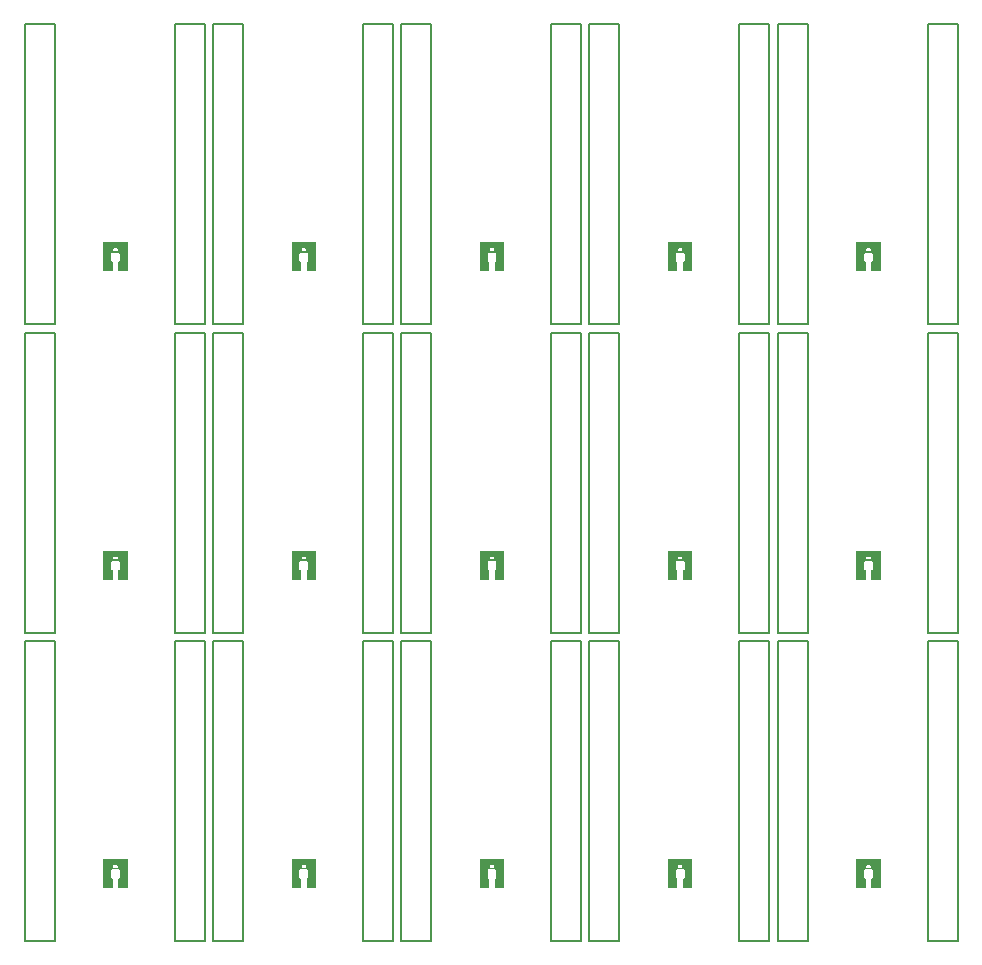
<source format=gbo>
G75*
%MOIN*%
%OFA0B0*%
%FSLAX24Y24*%
%IPPOS*%
%LPD*%
%AMOC8*
5,1,8,0,0,1.08239X$1,22.5*
%
%ADD10C,0.0010*%
%ADD11C,0.0080*%
D10*
X005367Y009131D02*
X005641Y009131D01*
X005641Y009405D01*
X005591Y009429D01*
X005591Y009713D01*
X005639Y009753D01*
X005669Y009753D01*
X005669Y009871D01*
X005691Y009893D01*
X005817Y009893D01*
X005845Y009867D01*
X005845Y009775D01*
X005867Y009775D01*
X005867Y009753D01*
X005845Y009753D01*
X005671Y009753D01*
X005671Y009769D01*
X005871Y009769D01*
X005871Y009751D01*
X005919Y009711D01*
X005919Y009429D01*
X005869Y009403D01*
X005869Y009133D01*
X006143Y009133D01*
X006143Y010061D01*
X005367Y010061D01*
X005367Y009131D01*
X005367Y009135D02*
X005641Y009135D01*
X005641Y009144D02*
X005367Y009144D01*
X005367Y009152D02*
X005641Y009152D01*
X005641Y009161D02*
X005367Y009161D01*
X005367Y009169D02*
X005641Y009169D01*
X005641Y009178D02*
X005367Y009178D01*
X005367Y009186D02*
X005641Y009186D01*
X005641Y009195D02*
X005367Y009195D01*
X005367Y009203D02*
X005641Y009203D01*
X005641Y009212D02*
X005367Y009212D01*
X005367Y009220D02*
X005641Y009220D01*
X005641Y009229D02*
X005367Y009229D01*
X005367Y009237D02*
X005641Y009237D01*
X005641Y009246D02*
X005367Y009246D01*
X005367Y009254D02*
X005641Y009254D01*
X005641Y009263D02*
X005367Y009263D01*
X005367Y009271D02*
X005641Y009271D01*
X005641Y009280D02*
X005367Y009280D01*
X005367Y009288D02*
X005641Y009288D01*
X005641Y009297D02*
X005367Y009297D01*
X005367Y009305D02*
X005641Y009305D01*
X005641Y009314D02*
X005367Y009314D01*
X005367Y009322D02*
X005641Y009322D01*
X005641Y009331D02*
X005367Y009331D01*
X005367Y009339D02*
X005641Y009339D01*
X005641Y009348D02*
X005367Y009348D01*
X005367Y009356D02*
X005641Y009356D01*
X005641Y009365D02*
X005367Y009365D01*
X005367Y009373D02*
X005641Y009373D01*
X005641Y009382D02*
X005367Y009382D01*
X005367Y009390D02*
X005641Y009390D01*
X005641Y009399D02*
X005367Y009399D01*
X005367Y009407D02*
X005637Y009407D01*
X005619Y009416D02*
X005367Y009416D01*
X005367Y009424D02*
X005601Y009424D01*
X005591Y009433D02*
X005367Y009433D01*
X005367Y009441D02*
X005591Y009441D01*
X005591Y009450D02*
X005367Y009450D01*
X005367Y009458D02*
X005591Y009458D01*
X005591Y009467D02*
X005367Y009467D01*
X005367Y009475D02*
X005591Y009475D01*
X005591Y009484D02*
X005367Y009484D01*
X005367Y009492D02*
X005591Y009492D01*
X005591Y009501D02*
X005367Y009501D01*
X005367Y009509D02*
X005591Y009509D01*
X005591Y009518D02*
X005367Y009518D01*
X005367Y009526D02*
X005591Y009526D01*
X005591Y009535D02*
X005367Y009535D01*
X005367Y009543D02*
X005591Y009543D01*
X005591Y009552D02*
X005367Y009552D01*
X005367Y009560D02*
X005591Y009560D01*
X005591Y009569D02*
X005367Y009569D01*
X005367Y009577D02*
X005591Y009577D01*
X005591Y009586D02*
X005367Y009586D01*
X005367Y009594D02*
X005591Y009594D01*
X005591Y009603D02*
X005367Y009603D01*
X005367Y009611D02*
X005591Y009611D01*
X005591Y009620D02*
X005367Y009620D01*
X005367Y009628D02*
X005591Y009628D01*
X005591Y009637D02*
X005367Y009637D01*
X005367Y009645D02*
X005591Y009645D01*
X005591Y009654D02*
X005367Y009654D01*
X005367Y009662D02*
X005591Y009662D01*
X005591Y009671D02*
X005367Y009671D01*
X005367Y009679D02*
X005591Y009679D01*
X005591Y009688D02*
X005367Y009688D01*
X005367Y009696D02*
X005591Y009696D01*
X005591Y009705D02*
X005367Y009705D01*
X005367Y009713D02*
X005591Y009713D01*
X005601Y009722D02*
X005367Y009722D01*
X005367Y009730D02*
X005611Y009730D01*
X005621Y009739D02*
X005367Y009739D01*
X005367Y009747D02*
X005632Y009747D01*
X005669Y009756D02*
X005367Y009756D01*
X005367Y009764D02*
X005669Y009764D01*
X005671Y009764D02*
X005867Y009764D01*
X005871Y009764D02*
X006143Y009764D01*
X006143Y009756D02*
X005871Y009756D01*
X005867Y009756D02*
X005671Y009756D01*
X005669Y009773D02*
X005367Y009773D01*
X005367Y009781D02*
X005669Y009781D01*
X005669Y009790D02*
X005367Y009790D01*
X005367Y009798D02*
X005669Y009798D01*
X005669Y009807D02*
X005367Y009807D01*
X005367Y009815D02*
X005669Y009815D01*
X005669Y009824D02*
X005367Y009824D01*
X005367Y009832D02*
X005669Y009832D01*
X005669Y009841D02*
X005367Y009841D01*
X005367Y009849D02*
X005669Y009849D01*
X005669Y009858D02*
X005367Y009858D01*
X005367Y009866D02*
X005669Y009866D01*
X005672Y009875D02*
X005367Y009875D01*
X005367Y009883D02*
X005681Y009883D01*
X005689Y009892D02*
X005367Y009892D01*
X005367Y009900D02*
X006143Y009900D01*
X006143Y009892D02*
X005818Y009892D01*
X005827Y009883D02*
X006143Y009883D01*
X006143Y009875D02*
X005837Y009875D01*
X005845Y009866D02*
X006143Y009866D01*
X006143Y009858D02*
X005845Y009858D01*
X005845Y009849D02*
X006143Y009849D01*
X006143Y009841D02*
X005845Y009841D01*
X005845Y009832D02*
X006143Y009832D01*
X006143Y009824D02*
X005845Y009824D01*
X005845Y009815D02*
X006143Y009815D01*
X006143Y009807D02*
X005845Y009807D01*
X005845Y009798D02*
X006143Y009798D01*
X006143Y009790D02*
X005845Y009790D01*
X005845Y009781D02*
X006143Y009781D01*
X006143Y009773D02*
X005867Y009773D01*
X005876Y009747D02*
X006143Y009747D01*
X006143Y009739D02*
X005886Y009739D01*
X005896Y009730D02*
X006143Y009730D01*
X006143Y009722D02*
X005906Y009722D01*
X005916Y009713D02*
X006143Y009713D01*
X006143Y009705D02*
X005919Y009705D01*
X005919Y009696D02*
X006143Y009696D01*
X006143Y009688D02*
X005919Y009688D01*
X005919Y009679D02*
X006143Y009679D01*
X006143Y009671D02*
X005919Y009671D01*
X005919Y009662D02*
X006143Y009662D01*
X006143Y009654D02*
X005919Y009654D01*
X005919Y009645D02*
X006143Y009645D01*
X006143Y009637D02*
X005919Y009637D01*
X005919Y009628D02*
X006143Y009628D01*
X006143Y009620D02*
X005919Y009620D01*
X005919Y009611D02*
X006143Y009611D01*
X006143Y009603D02*
X005919Y009603D01*
X005919Y009594D02*
X006143Y009594D01*
X006143Y009586D02*
X005919Y009586D01*
X005919Y009577D02*
X006143Y009577D01*
X006143Y009569D02*
X005919Y009569D01*
X005919Y009560D02*
X006143Y009560D01*
X006143Y009552D02*
X005919Y009552D01*
X005919Y009543D02*
X006143Y009543D01*
X006143Y009535D02*
X005919Y009535D01*
X005919Y009526D02*
X006143Y009526D01*
X006143Y009518D02*
X005919Y009518D01*
X005919Y009509D02*
X006143Y009509D01*
X006143Y009501D02*
X005919Y009501D01*
X005919Y009492D02*
X006143Y009492D01*
X006143Y009484D02*
X005919Y009484D01*
X005919Y009475D02*
X006143Y009475D01*
X006143Y009467D02*
X005919Y009467D01*
X005919Y009458D02*
X006143Y009458D01*
X006143Y009450D02*
X005919Y009450D01*
X005919Y009441D02*
X006143Y009441D01*
X006143Y009433D02*
X005919Y009433D01*
X005909Y009424D02*
X006143Y009424D01*
X006143Y009416D02*
X005893Y009416D01*
X005877Y009407D02*
X006143Y009407D01*
X006143Y009399D02*
X005869Y009399D01*
X005869Y009390D02*
X006143Y009390D01*
X006143Y009382D02*
X005869Y009382D01*
X005869Y009373D02*
X006143Y009373D01*
X006143Y009365D02*
X005869Y009365D01*
X005869Y009356D02*
X006143Y009356D01*
X006143Y009348D02*
X005869Y009348D01*
X005869Y009339D02*
X006143Y009339D01*
X006143Y009331D02*
X005869Y009331D01*
X005869Y009322D02*
X006143Y009322D01*
X006143Y009314D02*
X005869Y009314D01*
X005869Y009305D02*
X006143Y009305D01*
X006143Y009297D02*
X005869Y009297D01*
X005869Y009288D02*
X006143Y009288D01*
X006143Y009280D02*
X005869Y009280D01*
X005869Y009271D02*
X006143Y009271D01*
X006143Y009263D02*
X005869Y009263D01*
X005869Y009254D02*
X006143Y009254D01*
X006143Y009246D02*
X005869Y009246D01*
X005869Y009237D02*
X006143Y009237D01*
X006143Y009229D02*
X005869Y009229D01*
X005869Y009220D02*
X006143Y009220D01*
X006143Y009212D02*
X005869Y009212D01*
X005869Y009203D02*
X006143Y009203D01*
X006143Y009195D02*
X005869Y009195D01*
X005869Y009186D02*
X006143Y009186D01*
X006143Y009178D02*
X005869Y009178D01*
X005869Y009169D02*
X006143Y009169D01*
X006143Y009161D02*
X005869Y009161D01*
X005869Y009152D02*
X006143Y009152D01*
X006143Y009144D02*
X005869Y009144D01*
X005869Y009135D02*
X006143Y009135D01*
X006143Y009909D02*
X005367Y009909D01*
X005367Y009917D02*
X006143Y009917D01*
X006143Y009926D02*
X005367Y009926D01*
X005367Y009934D02*
X006143Y009934D01*
X006143Y009943D02*
X005367Y009943D01*
X005367Y009951D02*
X006143Y009951D01*
X006143Y009960D02*
X005367Y009960D01*
X005367Y009968D02*
X006143Y009968D01*
X006143Y009977D02*
X005367Y009977D01*
X005367Y009985D02*
X006143Y009985D01*
X006143Y009994D02*
X005367Y009994D01*
X005367Y010002D02*
X006143Y010002D01*
X006143Y010011D02*
X005367Y010011D01*
X005367Y010019D02*
X006143Y010019D01*
X006143Y010028D02*
X005367Y010028D01*
X005367Y010036D02*
X006143Y010036D01*
X006143Y010045D02*
X005367Y010045D01*
X005367Y010053D02*
X006143Y010053D01*
X011642Y010053D02*
X012418Y010053D01*
X012418Y010045D02*
X011642Y010045D01*
X011642Y010036D02*
X012418Y010036D01*
X012418Y010028D02*
X011642Y010028D01*
X011642Y010019D02*
X012418Y010019D01*
X012418Y010011D02*
X011642Y010011D01*
X011642Y010002D02*
X012418Y010002D01*
X012418Y009994D02*
X011642Y009994D01*
X011642Y009985D02*
X012418Y009985D01*
X012418Y009977D02*
X011642Y009977D01*
X011642Y009968D02*
X012418Y009968D01*
X012418Y009960D02*
X011642Y009960D01*
X011642Y009951D02*
X012418Y009951D01*
X012418Y009943D02*
X011642Y009943D01*
X011642Y009934D02*
X012418Y009934D01*
X012418Y009926D02*
X011642Y009926D01*
X011642Y009917D02*
X012418Y009917D01*
X012418Y009909D02*
X011642Y009909D01*
X011642Y009900D02*
X012418Y009900D01*
X012418Y009892D02*
X012094Y009892D01*
X012092Y009893D02*
X012120Y009867D01*
X012120Y009775D01*
X012142Y009775D01*
X012142Y009753D01*
X012120Y009753D01*
X011946Y009753D01*
X011946Y009769D01*
X012146Y009769D01*
X012146Y009751D01*
X012194Y009711D01*
X012194Y009429D01*
X012144Y009403D01*
X012144Y009133D01*
X012418Y009133D01*
X012418Y010061D01*
X011642Y010061D01*
X011642Y009131D01*
X011916Y009131D01*
X011916Y009405D01*
X011866Y009429D01*
X011866Y009713D01*
X011914Y009753D01*
X011944Y009753D01*
X011944Y009871D01*
X011966Y009893D01*
X012092Y009893D01*
X012103Y009883D02*
X012418Y009883D01*
X012418Y009875D02*
X012112Y009875D01*
X012120Y009866D02*
X012418Y009866D01*
X012418Y009858D02*
X012120Y009858D01*
X012120Y009849D02*
X012418Y009849D01*
X012418Y009841D02*
X012120Y009841D01*
X012120Y009832D02*
X012418Y009832D01*
X012418Y009824D02*
X012120Y009824D01*
X012120Y009815D02*
X012418Y009815D01*
X012418Y009807D02*
X012120Y009807D01*
X012120Y009798D02*
X012418Y009798D01*
X012418Y009790D02*
X012120Y009790D01*
X012120Y009781D02*
X012418Y009781D01*
X012418Y009773D02*
X012142Y009773D01*
X012142Y009764D02*
X011946Y009764D01*
X011944Y009764D02*
X011642Y009764D01*
X011642Y009756D02*
X011944Y009756D01*
X011946Y009756D02*
X012142Y009756D01*
X012146Y009756D02*
X012418Y009756D01*
X012418Y009764D02*
X012146Y009764D01*
X012151Y009747D02*
X012418Y009747D01*
X012418Y009739D02*
X012161Y009739D01*
X012172Y009730D02*
X012418Y009730D01*
X012418Y009722D02*
X012182Y009722D01*
X012192Y009713D02*
X012418Y009713D01*
X012418Y009705D02*
X012194Y009705D01*
X012194Y009696D02*
X012418Y009696D01*
X012418Y009688D02*
X012194Y009688D01*
X012194Y009679D02*
X012418Y009679D01*
X012418Y009671D02*
X012194Y009671D01*
X012194Y009662D02*
X012418Y009662D01*
X012418Y009654D02*
X012194Y009654D01*
X012194Y009645D02*
X012418Y009645D01*
X012418Y009637D02*
X012194Y009637D01*
X012194Y009628D02*
X012418Y009628D01*
X012418Y009620D02*
X012194Y009620D01*
X012194Y009611D02*
X012418Y009611D01*
X012418Y009603D02*
X012194Y009603D01*
X012194Y009594D02*
X012418Y009594D01*
X012418Y009586D02*
X012194Y009586D01*
X012194Y009577D02*
X012418Y009577D01*
X012418Y009569D02*
X012194Y009569D01*
X012194Y009560D02*
X012418Y009560D01*
X012418Y009552D02*
X012194Y009552D01*
X012194Y009543D02*
X012418Y009543D01*
X012418Y009535D02*
X012194Y009535D01*
X012194Y009526D02*
X012418Y009526D01*
X012418Y009518D02*
X012194Y009518D01*
X012194Y009509D02*
X012418Y009509D01*
X012418Y009501D02*
X012194Y009501D01*
X012194Y009492D02*
X012418Y009492D01*
X012418Y009484D02*
X012194Y009484D01*
X012194Y009475D02*
X012418Y009475D01*
X012418Y009467D02*
X012194Y009467D01*
X012194Y009458D02*
X012418Y009458D01*
X012418Y009450D02*
X012194Y009450D01*
X012194Y009441D02*
X012418Y009441D01*
X012418Y009433D02*
X012194Y009433D01*
X012185Y009424D02*
X012418Y009424D01*
X012418Y009416D02*
X012169Y009416D01*
X012152Y009407D02*
X012418Y009407D01*
X012418Y009399D02*
X012144Y009399D01*
X012144Y009390D02*
X012418Y009390D01*
X012418Y009382D02*
X012144Y009382D01*
X012144Y009373D02*
X012418Y009373D01*
X012418Y009365D02*
X012144Y009365D01*
X012144Y009356D02*
X012418Y009356D01*
X012418Y009348D02*
X012144Y009348D01*
X012144Y009339D02*
X012418Y009339D01*
X012418Y009331D02*
X012144Y009331D01*
X012144Y009322D02*
X012418Y009322D01*
X012418Y009314D02*
X012144Y009314D01*
X012144Y009305D02*
X012418Y009305D01*
X012418Y009297D02*
X012144Y009297D01*
X012144Y009288D02*
X012418Y009288D01*
X012418Y009280D02*
X012144Y009280D01*
X012144Y009271D02*
X012418Y009271D01*
X012418Y009263D02*
X012144Y009263D01*
X012144Y009254D02*
X012418Y009254D01*
X012418Y009246D02*
X012144Y009246D01*
X012144Y009237D02*
X012418Y009237D01*
X012418Y009229D02*
X012144Y009229D01*
X012144Y009220D02*
X012418Y009220D01*
X012418Y009212D02*
X012144Y009212D01*
X012144Y009203D02*
X012418Y009203D01*
X012418Y009195D02*
X012144Y009195D01*
X012144Y009186D02*
X012418Y009186D01*
X012418Y009178D02*
X012144Y009178D01*
X012144Y009169D02*
X012418Y009169D01*
X012418Y009161D02*
X012144Y009161D01*
X012144Y009152D02*
X012418Y009152D01*
X012418Y009144D02*
X012144Y009144D01*
X012144Y009135D02*
X012418Y009135D01*
X011916Y009135D02*
X011642Y009135D01*
X011642Y009144D02*
X011916Y009144D01*
X011916Y009152D02*
X011642Y009152D01*
X011642Y009161D02*
X011916Y009161D01*
X011916Y009169D02*
X011642Y009169D01*
X011642Y009178D02*
X011916Y009178D01*
X011916Y009186D02*
X011642Y009186D01*
X011642Y009195D02*
X011916Y009195D01*
X011916Y009203D02*
X011642Y009203D01*
X011642Y009212D02*
X011916Y009212D01*
X011916Y009220D02*
X011642Y009220D01*
X011642Y009229D02*
X011916Y009229D01*
X011916Y009237D02*
X011642Y009237D01*
X011642Y009246D02*
X011916Y009246D01*
X011916Y009254D02*
X011642Y009254D01*
X011642Y009263D02*
X011916Y009263D01*
X011916Y009271D02*
X011642Y009271D01*
X011642Y009280D02*
X011916Y009280D01*
X011916Y009288D02*
X011642Y009288D01*
X011642Y009297D02*
X011916Y009297D01*
X011916Y009305D02*
X011642Y009305D01*
X011642Y009314D02*
X011916Y009314D01*
X011916Y009322D02*
X011642Y009322D01*
X011642Y009331D02*
X011916Y009331D01*
X011916Y009339D02*
X011642Y009339D01*
X011642Y009348D02*
X011916Y009348D01*
X011916Y009356D02*
X011642Y009356D01*
X011642Y009365D02*
X011916Y009365D01*
X011916Y009373D02*
X011642Y009373D01*
X011642Y009382D02*
X011916Y009382D01*
X011916Y009390D02*
X011642Y009390D01*
X011642Y009399D02*
X011916Y009399D01*
X011912Y009407D02*
X011642Y009407D01*
X011642Y009416D02*
X011894Y009416D01*
X011877Y009424D02*
X011642Y009424D01*
X011642Y009433D02*
X011866Y009433D01*
X011866Y009441D02*
X011642Y009441D01*
X011642Y009450D02*
X011866Y009450D01*
X011866Y009458D02*
X011642Y009458D01*
X011642Y009467D02*
X011866Y009467D01*
X011866Y009475D02*
X011642Y009475D01*
X011642Y009484D02*
X011866Y009484D01*
X011866Y009492D02*
X011642Y009492D01*
X011642Y009501D02*
X011866Y009501D01*
X011866Y009509D02*
X011642Y009509D01*
X011642Y009518D02*
X011866Y009518D01*
X011866Y009526D02*
X011642Y009526D01*
X011642Y009535D02*
X011866Y009535D01*
X011866Y009543D02*
X011642Y009543D01*
X011642Y009552D02*
X011866Y009552D01*
X011866Y009560D02*
X011642Y009560D01*
X011642Y009569D02*
X011866Y009569D01*
X011866Y009577D02*
X011642Y009577D01*
X011642Y009586D02*
X011866Y009586D01*
X011866Y009594D02*
X011642Y009594D01*
X011642Y009603D02*
X011866Y009603D01*
X011866Y009611D02*
X011642Y009611D01*
X011642Y009620D02*
X011866Y009620D01*
X011866Y009628D02*
X011642Y009628D01*
X011642Y009637D02*
X011866Y009637D01*
X011866Y009645D02*
X011642Y009645D01*
X011642Y009654D02*
X011866Y009654D01*
X011866Y009662D02*
X011642Y009662D01*
X011642Y009671D02*
X011866Y009671D01*
X011866Y009679D02*
X011642Y009679D01*
X011642Y009688D02*
X011866Y009688D01*
X011866Y009696D02*
X011642Y009696D01*
X011642Y009705D02*
X011866Y009705D01*
X011866Y009713D02*
X011642Y009713D01*
X011642Y009722D02*
X011877Y009722D01*
X011887Y009730D02*
X011642Y009730D01*
X011642Y009739D02*
X011897Y009739D01*
X011907Y009747D02*
X011642Y009747D01*
X011642Y009773D02*
X011944Y009773D01*
X011944Y009781D02*
X011642Y009781D01*
X011642Y009790D02*
X011944Y009790D01*
X011944Y009798D02*
X011642Y009798D01*
X011642Y009807D02*
X011944Y009807D01*
X011944Y009815D02*
X011642Y009815D01*
X011642Y009824D02*
X011944Y009824D01*
X011944Y009832D02*
X011642Y009832D01*
X011642Y009841D02*
X011944Y009841D01*
X011944Y009849D02*
X011642Y009849D01*
X011642Y009858D02*
X011944Y009858D01*
X011944Y009866D02*
X011642Y009866D01*
X011642Y009875D02*
X011948Y009875D01*
X011956Y009883D02*
X011642Y009883D01*
X011642Y009892D02*
X011965Y009892D01*
X017918Y009892D02*
X018241Y009892D01*
X018242Y009893D02*
X018368Y009893D01*
X018396Y009867D01*
X018396Y009775D01*
X018418Y009775D01*
X018418Y009753D01*
X018396Y009753D01*
X018222Y009753D01*
X018222Y009769D01*
X018422Y009769D01*
X018422Y009751D01*
X018470Y009711D01*
X018470Y009429D01*
X018420Y009403D01*
X018420Y009133D01*
X018694Y009133D01*
X018694Y010061D01*
X017918Y010061D01*
X017918Y009131D01*
X018192Y009131D01*
X018192Y009405D01*
X018142Y009429D01*
X018142Y009713D01*
X018190Y009753D01*
X018220Y009753D01*
X018220Y009871D01*
X018242Y009893D01*
X018232Y009883D02*
X017918Y009883D01*
X017918Y009875D02*
X018224Y009875D01*
X018220Y009866D02*
X017918Y009866D01*
X017918Y009858D02*
X018220Y009858D01*
X018220Y009849D02*
X017918Y009849D01*
X017918Y009841D02*
X018220Y009841D01*
X018220Y009832D02*
X017918Y009832D01*
X017918Y009824D02*
X018220Y009824D01*
X018220Y009815D02*
X017918Y009815D01*
X017918Y009807D02*
X018220Y009807D01*
X018220Y009798D02*
X017918Y009798D01*
X017918Y009790D02*
X018220Y009790D01*
X018220Y009781D02*
X017918Y009781D01*
X017918Y009773D02*
X018220Y009773D01*
X018220Y009764D02*
X017918Y009764D01*
X017918Y009756D02*
X018220Y009756D01*
X018222Y009756D02*
X018418Y009756D01*
X018422Y009756D02*
X018694Y009756D01*
X018694Y009764D02*
X018422Y009764D01*
X018418Y009764D02*
X018222Y009764D01*
X018183Y009747D02*
X017918Y009747D01*
X017918Y009739D02*
X018173Y009739D01*
X018162Y009730D02*
X017918Y009730D01*
X017918Y009722D02*
X018152Y009722D01*
X018142Y009713D02*
X017918Y009713D01*
X017918Y009705D02*
X018142Y009705D01*
X018142Y009696D02*
X017918Y009696D01*
X017918Y009688D02*
X018142Y009688D01*
X018142Y009679D02*
X017918Y009679D01*
X017918Y009671D02*
X018142Y009671D01*
X018142Y009662D02*
X017918Y009662D01*
X017918Y009654D02*
X018142Y009654D01*
X018142Y009645D02*
X017918Y009645D01*
X017918Y009637D02*
X018142Y009637D01*
X018142Y009628D02*
X017918Y009628D01*
X017918Y009620D02*
X018142Y009620D01*
X018142Y009611D02*
X017918Y009611D01*
X017918Y009603D02*
X018142Y009603D01*
X018142Y009594D02*
X017918Y009594D01*
X017918Y009586D02*
X018142Y009586D01*
X018142Y009577D02*
X017918Y009577D01*
X017918Y009569D02*
X018142Y009569D01*
X018142Y009560D02*
X017918Y009560D01*
X017918Y009552D02*
X018142Y009552D01*
X018142Y009543D02*
X017918Y009543D01*
X017918Y009535D02*
X018142Y009535D01*
X018142Y009526D02*
X017918Y009526D01*
X017918Y009518D02*
X018142Y009518D01*
X018142Y009509D02*
X017918Y009509D01*
X017918Y009501D02*
X018142Y009501D01*
X018142Y009492D02*
X017918Y009492D01*
X017918Y009484D02*
X018142Y009484D01*
X018142Y009475D02*
X017918Y009475D01*
X017918Y009467D02*
X018142Y009467D01*
X018142Y009458D02*
X017918Y009458D01*
X017918Y009450D02*
X018142Y009450D01*
X018142Y009441D02*
X017918Y009441D01*
X017918Y009433D02*
X018142Y009433D01*
X018152Y009424D02*
X017918Y009424D01*
X017918Y009416D02*
X018170Y009416D01*
X018188Y009407D02*
X017918Y009407D01*
X017918Y009399D02*
X018192Y009399D01*
X018192Y009390D02*
X017918Y009390D01*
X017918Y009382D02*
X018192Y009382D01*
X018192Y009373D02*
X017918Y009373D01*
X017918Y009365D02*
X018192Y009365D01*
X018192Y009356D02*
X017918Y009356D01*
X017918Y009348D02*
X018192Y009348D01*
X018192Y009339D02*
X017918Y009339D01*
X017918Y009331D02*
X018192Y009331D01*
X018192Y009322D02*
X017918Y009322D01*
X017918Y009314D02*
X018192Y009314D01*
X018192Y009305D02*
X017918Y009305D01*
X017918Y009297D02*
X018192Y009297D01*
X018192Y009288D02*
X017918Y009288D01*
X017918Y009280D02*
X018192Y009280D01*
X018192Y009271D02*
X017918Y009271D01*
X017918Y009263D02*
X018192Y009263D01*
X018192Y009254D02*
X017918Y009254D01*
X017918Y009246D02*
X018192Y009246D01*
X018192Y009237D02*
X017918Y009237D01*
X017918Y009229D02*
X018192Y009229D01*
X018192Y009220D02*
X017918Y009220D01*
X017918Y009212D02*
X018192Y009212D01*
X018192Y009203D02*
X017918Y009203D01*
X017918Y009195D02*
X018192Y009195D01*
X018192Y009186D02*
X017918Y009186D01*
X017918Y009178D02*
X018192Y009178D01*
X018192Y009169D02*
X017918Y009169D01*
X017918Y009161D02*
X018192Y009161D01*
X018192Y009152D02*
X017918Y009152D01*
X017918Y009144D02*
X018192Y009144D01*
X018192Y009135D02*
X017918Y009135D01*
X018420Y009135D02*
X018694Y009135D01*
X018694Y009144D02*
X018420Y009144D01*
X018420Y009152D02*
X018694Y009152D01*
X018694Y009161D02*
X018420Y009161D01*
X018420Y009169D02*
X018694Y009169D01*
X018694Y009178D02*
X018420Y009178D01*
X018420Y009186D02*
X018694Y009186D01*
X018694Y009195D02*
X018420Y009195D01*
X018420Y009203D02*
X018694Y009203D01*
X018694Y009212D02*
X018420Y009212D01*
X018420Y009220D02*
X018694Y009220D01*
X018694Y009229D02*
X018420Y009229D01*
X018420Y009237D02*
X018694Y009237D01*
X018694Y009246D02*
X018420Y009246D01*
X018420Y009254D02*
X018694Y009254D01*
X018694Y009263D02*
X018420Y009263D01*
X018420Y009271D02*
X018694Y009271D01*
X018694Y009280D02*
X018420Y009280D01*
X018420Y009288D02*
X018694Y009288D01*
X018694Y009297D02*
X018420Y009297D01*
X018420Y009305D02*
X018694Y009305D01*
X018694Y009314D02*
X018420Y009314D01*
X018420Y009322D02*
X018694Y009322D01*
X018694Y009331D02*
X018420Y009331D01*
X018420Y009339D02*
X018694Y009339D01*
X018694Y009348D02*
X018420Y009348D01*
X018420Y009356D02*
X018694Y009356D01*
X018694Y009365D02*
X018420Y009365D01*
X018420Y009373D02*
X018694Y009373D01*
X018694Y009382D02*
X018420Y009382D01*
X018420Y009390D02*
X018694Y009390D01*
X018694Y009399D02*
X018420Y009399D01*
X018428Y009407D02*
X018694Y009407D01*
X018694Y009416D02*
X018444Y009416D01*
X018460Y009424D02*
X018694Y009424D01*
X018694Y009433D02*
X018470Y009433D01*
X018470Y009441D02*
X018694Y009441D01*
X018694Y009450D02*
X018470Y009450D01*
X018470Y009458D02*
X018694Y009458D01*
X018694Y009467D02*
X018470Y009467D01*
X018470Y009475D02*
X018694Y009475D01*
X018694Y009484D02*
X018470Y009484D01*
X018470Y009492D02*
X018694Y009492D01*
X018694Y009501D02*
X018470Y009501D01*
X018470Y009509D02*
X018694Y009509D01*
X018694Y009518D02*
X018470Y009518D01*
X018470Y009526D02*
X018694Y009526D01*
X018694Y009535D02*
X018470Y009535D01*
X018470Y009543D02*
X018694Y009543D01*
X018694Y009552D02*
X018470Y009552D01*
X018470Y009560D02*
X018694Y009560D01*
X018694Y009569D02*
X018470Y009569D01*
X018470Y009577D02*
X018694Y009577D01*
X018694Y009586D02*
X018470Y009586D01*
X018470Y009594D02*
X018694Y009594D01*
X018694Y009603D02*
X018470Y009603D01*
X018470Y009611D02*
X018694Y009611D01*
X018694Y009620D02*
X018470Y009620D01*
X018470Y009628D02*
X018694Y009628D01*
X018694Y009637D02*
X018470Y009637D01*
X018470Y009645D02*
X018694Y009645D01*
X018694Y009654D02*
X018470Y009654D01*
X018470Y009662D02*
X018694Y009662D01*
X018694Y009671D02*
X018470Y009671D01*
X018470Y009679D02*
X018694Y009679D01*
X018694Y009688D02*
X018470Y009688D01*
X018470Y009696D02*
X018694Y009696D01*
X018694Y009705D02*
X018470Y009705D01*
X018467Y009713D02*
X018694Y009713D01*
X018694Y009722D02*
X018457Y009722D01*
X018447Y009730D02*
X018694Y009730D01*
X018694Y009739D02*
X018437Y009739D01*
X018427Y009747D02*
X018694Y009747D01*
X018694Y009773D02*
X018418Y009773D01*
X018396Y009781D02*
X018694Y009781D01*
X018694Y009790D02*
X018396Y009790D01*
X018396Y009798D02*
X018694Y009798D01*
X018694Y009807D02*
X018396Y009807D01*
X018396Y009815D02*
X018694Y009815D01*
X018694Y009824D02*
X018396Y009824D01*
X018396Y009832D02*
X018694Y009832D01*
X018694Y009841D02*
X018396Y009841D01*
X018396Y009849D02*
X018694Y009849D01*
X018694Y009858D02*
X018396Y009858D01*
X018396Y009866D02*
X018694Y009866D01*
X018694Y009875D02*
X018388Y009875D01*
X018379Y009883D02*
X018694Y009883D01*
X018694Y009892D02*
X018370Y009892D01*
X018694Y009900D02*
X017918Y009900D01*
X017918Y009909D02*
X018694Y009909D01*
X018694Y009917D02*
X017918Y009917D01*
X017918Y009926D02*
X018694Y009926D01*
X018694Y009934D02*
X017918Y009934D01*
X017918Y009943D02*
X018694Y009943D01*
X018694Y009951D02*
X017918Y009951D01*
X017918Y009960D02*
X018694Y009960D01*
X018694Y009968D02*
X017918Y009968D01*
X017918Y009977D02*
X018694Y009977D01*
X018694Y009985D02*
X017918Y009985D01*
X017918Y009994D02*
X018694Y009994D01*
X018694Y010002D02*
X017918Y010002D01*
X017918Y010011D02*
X018694Y010011D01*
X018694Y010019D02*
X017918Y010019D01*
X017918Y010028D02*
X018694Y010028D01*
X018694Y010036D02*
X017918Y010036D01*
X017918Y010045D02*
X018694Y010045D01*
X018694Y010053D02*
X017918Y010053D01*
X024194Y010053D02*
X024970Y010053D01*
X024970Y010045D02*
X024194Y010045D01*
X024194Y010036D02*
X024970Y010036D01*
X024970Y010028D02*
X024194Y010028D01*
X024194Y010019D02*
X024970Y010019D01*
X024970Y010011D02*
X024194Y010011D01*
X024194Y010002D02*
X024970Y010002D01*
X024970Y009994D02*
X024194Y009994D01*
X024194Y009985D02*
X024970Y009985D01*
X024970Y009977D02*
X024194Y009977D01*
X024194Y009968D02*
X024970Y009968D01*
X024970Y009960D02*
X024194Y009960D01*
X024194Y009951D02*
X024970Y009951D01*
X024970Y009943D02*
X024194Y009943D01*
X024194Y009934D02*
X024970Y009934D01*
X024970Y009926D02*
X024194Y009926D01*
X024194Y009917D02*
X024970Y009917D01*
X024970Y009909D02*
X024194Y009909D01*
X024194Y009900D02*
X024970Y009900D01*
X024970Y009892D02*
X024645Y009892D01*
X024644Y009893D02*
X024672Y009867D01*
X024672Y009775D01*
X024694Y009775D01*
X024694Y009753D01*
X024672Y009753D01*
X024498Y009753D01*
X024498Y009769D01*
X024698Y009769D01*
X024698Y009751D01*
X024746Y009711D01*
X024746Y009429D01*
X024696Y009403D01*
X024696Y009133D01*
X024970Y009133D01*
X024970Y010061D01*
X024194Y010061D01*
X024194Y009131D01*
X024468Y009131D01*
X024468Y009405D01*
X024418Y009429D01*
X024418Y009713D01*
X024194Y009713D01*
X024194Y009705D02*
X024418Y009705D01*
X024418Y009713D02*
X024466Y009753D01*
X024496Y009753D01*
X024496Y009871D01*
X024518Y009893D01*
X024644Y009893D01*
X024654Y009883D02*
X024970Y009883D01*
X024970Y009875D02*
X024663Y009875D01*
X024672Y009866D02*
X024970Y009866D01*
X024970Y009858D02*
X024672Y009858D01*
X024672Y009849D02*
X024970Y009849D01*
X024970Y009841D02*
X024672Y009841D01*
X024672Y009832D02*
X024970Y009832D01*
X024970Y009824D02*
X024672Y009824D01*
X024672Y009815D02*
X024970Y009815D01*
X024970Y009807D02*
X024672Y009807D01*
X024672Y009798D02*
X024970Y009798D01*
X024970Y009790D02*
X024672Y009790D01*
X024672Y009781D02*
X024970Y009781D01*
X024970Y009773D02*
X024694Y009773D01*
X024694Y009764D02*
X024498Y009764D01*
X024496Y009764D02*
X024194Y009764D01*
X024194Y009756D02*
X024496Y009756D01*
X024498Y009756D02*
X024694Y009756D01*
X024698Y009756D02*
X024970Y009756D01*
X024970Y009764D02*
X024698Y009764D01*
X024702Y009747D02*
X024970Y009747D01*
X024970Y009739D02*
X024712Y009739D01*
X024723Y009730D02*
X024970Y009730D01*
X024970Y009722D02*
X024733Y009722D01*
X024743Y009713D02*
X024970Y009713D01*
X024970Y009705D02*
X024746Y009705D01*
X024746Y009696D02*
X024970Y009696D01*
X024970Y009688D02*
X024746Y009688D01*
X024746Y009679D02*
X024970Y009679D01*
X024970Y009671D02*
X024746Y009671D01*
X024746Y009662D02*
X024970Y009662D01*
X024970Y009654D02*
X024746Y009654D01*
X024746Y009645D02*
X024970Y009645D01*
X024970Y009637D02*
X024746Y009637D01*
X024746Y009628D02*
X024970Y009628D01*
X024970Y009620D02*
X024746Y009620D01*
X024746Y009611D02*
X024970Y009611D01*
X024970Y009603D02*
X024746Y009603D01*
X024746Y009594D02*
X024970Y009594D01*
X024970Y009586D02*
X024746Y009586D01*
X024746Y009577D02*
X024970Y009577D01*
X024970Y009569D02*
X024746Y009569D01*
X024746Y009560D02*
X024970Y009560D01*
X024970Y009552D02*
X024746Y009552D01*
X024746Y009543D02*
X024970Y009543D01*
X024970Y009535D02*
X024746Y009535D01*
X024746Y009526D02*
X024970Y009526D01*
X024970Y009518D02*
X024746Y009518D01*
X024746Y009509D02*
X024970Y009509D01*
X024970Y009501D02*
X024746Y009501D01*
X024746Y009492D02*
X024970Y009492D01*
X024970Y009484D02*
X024746Y009484D01*
X024746Y009475D02*
X024970Y009475D01*
X024970Y009467D02*
X024746Y009467D01*
X024746Y009458D02*
X024970Y009458D01*
X024970Y009450D02*
X024746Y009450D01*
X024746Y009441D02*
X024970Y009441D01*
X024970Y009433D02*
X024746Y009433D01*
X024736Y009424D02*
X024970Y009424D01*
X024970Y009416D02*
X024720Y009416D01*
X024703Y009407D02*
X024970Y009407D01*
X024970Y009399D02*
X024696Y009399D01*
X024696Y009390D02*
X024970Y009390D01*
X024970Y009382D02*
X024696Y009382D01*
X024696Y009373D02*
X024970Y009373D01*
X024970Y009365D02*
X024696Y009365D01*
X024696Y009356D02*
X024970Y009356D01*
X024970Y009348D02*
X024696Y009348D01*
X024696Y009339D02*
X024970Y009339D01*
X024970Y009331D02*
X024696Y009331D01*
X024696Y009322D02*
X024970Y009322D01*
X024970Y009314D02*
X024696Y009314D01*
X024696Y009305D02*
X024970Y009305D01*
X024970Y009297D02*
X024696Y009297D01*
X024696Y009288D02*
X024970Y009288D01*
X024970Y009280D02*
X024696Y009280D01*
X024696Y009271D02*
X024970Y009271D01*
X024970Y009263D02*
X024696Y009263D01*
X024696Y009254D02*
X024970Y009254D01*
X024970Y009246D02*
X024696Y009246D01*
X024696Y009237D02*
X024970Y009237D01*
X024970Y009229D02*
X024696Y009229D01*
X024696Y009220D02*
X024970Y009220D01*
X024970Y009212D02*
X024696Y009212D01*
X024696Y009203D02*
X024970Y009203D01*
X024970Y009195D02*
X024696Y009195D01*
X024696Y009186D02*
X024970Y009186D01*
X024970Y009178D02*
X024696Y009178D01*
X024696Y009169D02*
X024970Y009169D01*
X024970Y009161D02*
X024696Y009161D01*
X024696Y009152D02*
X024970Y009152D01*
X024970Y009144D02*
X024696Y009144D01*
X024696Y009135D02*
X024970Y009135D01*
X024468Y009135D02*
X024194Y009135D01*
X024194Y009144D02*
X024468Y009144D01*
X024468Y009152D02*
X024194Y009152D01*
X024194Y009161D02*
X024468Y009161D01*
X024468Y009169D02*
X024194Y009169D01*
X024194Y009178D02*
X024468Y009178D01*
X024468Y009186D02*
X024194Y009186D01*
X024194Y009195D02*
X024468Y009195D01*
X024468Y009203D02*
X024194Y009203D01*
X024194Y009212D02*
X024468Y009212D01*
X024468Y009220D02*
X024194Y009220D01*
X024194Y009229D02*
X024468Y009229D01*
X024468Y009237D02*
X024194Y009237D01*
X024194Y009246D02*
X024468Y009246D01*
X024468Y009254D02*
X024194Y009254D01*
X024194Y009263D02*
X024468Y009263D01*
X024468Y009271D02*
X024194Y009271D01*
X024194Y009280D02*
X024468Y009280D01*
X024468Y009288D02*
X024194Y009288D01*
X024194Y009297D02*
X024468Y009297D01*
X024468Y009305D02*
X024194Y009305D01*
X024194Y009314D02*
X024468Y009314D01*
X024468Y009322D02*
X024194Y009322D01*
X024194Y009331D02*
X024468Y009331D01*
X024468Y009339D02*
X024194Y009339D01*
X024194Y009348D02*
X024468Y009348D01*
X024468Y009356D02*
X024194Y009356D01*
X024194Y009365D02*
X024468Y009365D01*
X024468Y009373D02*
X024194Y009373D01*
X024194Y009382D02*
X024468Y009382D01*
X024468Y009390D02*
X024194Y009390D01*
X024194Y009399D02*
X024468Y009399D01*
X024463Y009407D02*
X024194Y009407D01*
X024194Y009416D02*
X024446Y009416D01*
X024428Y009424D02*
X024194Y009424D01*
X024194Y009433D02*
X024418Y009433D01*
X024418Y009441D02*
X024194Y009441D01*
X024194Y009450D02*
X024418Y009450D01*
X024418Y009458D02*
X024194Y009458D01*
X024194Y009467D02*
X024418Y009467D01*
X024418Y009475D02*
X024194Y009475D01*
X024194Y009484D02*
X024418Y009484D01*
X024418Y009492D02*
X024194Y009492D01*
X024194Y009501D02*
X024418Y009501D01*
X024418Y009509D02*
X024194Y009509D01*
X024194Y009518D02*
X024418Y009518D01*
X024418Y009526D02*
X024194Y009526D01*
X024194Y009535D02*
X024418Y009535D01*
X024418Y009543D02*
X024194Y009543D01*
X024194Y009552D02*
X024418Y009552D01*
X024418Y009560D02*
X024194Y009560D01*
X024194Y009569D02*
X024418Y009569D01*
X024418Y009577D02*
X024194Y009577D01*
X024194Y009586D02*
X024418Y009586D01*
X024418Y009594D02*
X024194Y009594D01*
X024194Y009603D02*
X024418Y009603D01*
X024418Y009611D02*
X024194Y009611D01*
X024194Y009620D02*
X024418Y009620D01*
X024418Y009628D02*
X024194Y009628D01*
X024194Y009637D02*
X024418Y009637D01*
X024418Y009645D02*
X024194Y009645D01*
X024194Y009654D02*
X024418Y009654D01*
X024418Y009662D02*
X024194Y009662D01*
X024194Y009671D02*
X024418Y009671D01*
X024418Y009679D02*
X024194Y009679D01*
X024194Y009688D02*
X024418Y009688D01*
X024418Y009696D02*
X024194Y009696D01*
X024194Y009722D02*
X024428Y009722D01*
X024438Y009730D02*
X024194Y009730D01*
X024194Y009739D02*
X024448Y009739D01*
X024458Y009747D02*
X024194Y009747D01*
X024194Y009773D02*
X024496Y009773D01*
X024496Y009781D02*
X024194Y009781D01*
X024194Y009790D02*
X024496Y009790D01*
X024496Y009798D02*
X024194Y009798D01*
X024194Y009807D02*
X024496Y009807D01*
X024496Y009815D02*
X024194Y009815D01*
X024194Y009824D02*
X024496Y009824D01*
X024496Y009832D02*
X024194Y009832D01*
X024194Y009841D02*
X024496Y009841D01*
X024496Y009849D02*
X024194Y009849D01*
X024194Y009858D02*
X024496Y009858D01*
X024496Y009866D02*
X024194Y009866D01*
X024194Y009875D02*
X024499Y009875D01*
X024508Y009883D02*
X024194Y009883D01*
X024194Y009892D02*
X024516Y009892D01*
X030469Y009892D02*
X030792Y009892D01*
X030793Y009893D02*
X030919Y009893D01*
X030947Y009867D01*
X030947Y009775D01*
X030969Y009775D01*
X030969Y009753D01*
X030947Y009753D01*
X030773Y009753D01*
X030773Y009769D01*
X030973Y009769D01*
X030973Y009751D01*
X031021Y009711D01*
X031021Y009429D01*
X030971Y009403D01*
X030971Y009133D01*
X031245Y009133D01*
X031245Y010061D01*
X030469Y010061D01*
X030469Y009131D01*
X030743Y009131D01*
X030743Y009405D01*
X030693Y009429D01*
X030693Y009713D01*
X030741Y009753D01*
X030771Y009753D01*
X030771Y009871D01*
X030793Y009893D01*
X030783Y009883D02*
X030469Y009883D01*
X030469Y009875D02*
X030775Y009875D01*
X030771Y009866D02*
X030469Y009866D01*
X030469Y009858D02*
X030771Y009858D01*
X030771Y009849D02*
X030469Y009849D01*
X030469Y009841D02*
X030771Y009841D01*
X030771Y009832D02*
X030469Y009832D01*
X030469Y009824D02*
X030771Y009824D01*
X030771Y009815D02*
X030469Y009815D01*
X030469Y009807D02*
X030771Y009807D01*
X030771Y009798D02*
X030469Y009798D01*
X030469Y009790D02*
X030771Y009790D01*
X030771Y009781D02*
X030469Y009781D01*
X030469Y009773D02*
X030771Y009773D01*
X030771Y009764D02*
X030469Y009764D01*
X030469Y009756D02*
X030771Y009756D01*
X030773Y009756D02*
X030969Y009756D01*
X030973Y009756D02*
X031245Y009756D01*
X031245Y009764D02*
X030973Y009764D01*
X030969Y009764D02*
X030773Y009764D01*
X030734Y009747D02*
X030469Y009747D01*
X030469Y009739D02*
X030724Y009739D01*
X030714Y009730D02*
X030469Y009730D01*
X030469Y009722D02*
X030703Y009722D01*
X030693Y009713D02*
X030469Y009713D01*
X030469Y009705D02*
X030693Y009705D01*
X030693Y009696D02*
X030469Y009696D01*
X030469Y009688D02*
X030693Y009688D01*
X030693Y009679D02*
X030469Y009679D01*
X030469Y009671D02*
X030693Y009671D01*
X030693Y009662D02*
X030469Y009662D01*
X030469Y009654D02*
X030693Y009654D01*
X030693Y009645D02*
X030469Y009645D01*
X030469Y009637D02*
X030693Y009637D01*
X030693Y009628D02*
X030469Y009628D01*
X030469Y009620D02*
X030693Y009620D01*
X030693Y009611D02*
X030469Y009611D01*
X030469Y009603D02*
X030693Y009603D01*
X030693Y009594D02*
X030469Y009594D01*
X030469Y009586D02*
X030693Y009586D01*
X030693Y009577D02*
X030469Y009577D01*
X030469Y009569D02*
X030693Y009569D01*
X030693Y009560D02*
X030469Y009560D01*
X030469Y009552D02*
X030693Y009552D01*
X030693Y009543D02*
X030469Y009543D01*
X030469Y009535D02*
X030693Y009535D01*
X030693Y009526D02*
X030469Y009526D01*
X030469Y009518D02*
X030693Y009518D01*
X030693Y009509D02*
X030469Y009509D01*
X030469Y009501D02*
X030693Y009501D01*
X030693Y009492D02*
X030469Y009492D01*
X030469Y009484D02*
X030693Y009484D01*
X030693Y009475D02*
X030469Y009475D01*
X030469Y009467D02*
X030693Y009467D01*
X030693Y009458D02*
X030469Y009458D01*
X030469Y009450D02*
X030693Y009450D01*
X030693Y009441D02*
X030469Y009441D01*
X030469Y009433D02*
X030693Y009433D01*
X030703Y009424D02*
X030469Y009424D01*
X030469Y009416D02*
X030721Y009416D01*
X030739Y009407D02*
X030469Y009407D01*
X030469Y009399D02*
X030743Y009399D01*
X030743Y009390D02*
X030469Y009390D01*
X030469Y009382D02*
X030743Y009382D01*
X030743Y009373D02*
X030469Y009373D01*
X030469Y009365D02*
X030743Y009365D01*
X030743Y009356D02*
X030469Y009356D01*
X030469Y009348D02*
X030743Y009348D01*
X030743Y009339D02*
X030469Y009339D01*
X030469Y009331D02*
X030743Y009331D01*
X030743Y009322D02*
X030469Y009322D01*
X030469Y009314D02*
X030743Y009314D01*
X030743Y009305D02*
X030469Y009305D01*
X030469Y009297D02*
X030743Y009297D01*
X030743Y009288D02*
X030469Y009288D01*
X030469Y009280D02*
X030743Y009280D01*
X030743Y009271D02*
X030469Y009271D01*
X030469Y009263D02*
X030743Y009263D01*
X030743Y009254D02*
X030469Y009254D01*
X030469Y009246D02*
X030743Y009246D01*
X030743Y009237D02*
X030469Y009237D01*
X030469Y009229D02*
X030743Y009229D01*
X030743Y009220D02*
X030469Y009220D01*
X030469Y009212D02*
X030743Y009212D01*
X030743Y009203D02*
X030469Y009203D01*
X030469Y009195D02*
X030743Y009195D01*
X030743Y009186D02*
X030469Y009186D01*
X030469Y009178D02*
X030743Y009178D01*
X030743Y009169D02*
X030469Y009169D01*
X030469Y009161D02*
X030743Y009161D01*
X030743Y009152D02*
X030469Y009152D01*
X030469Y009144D02*
X030743Y009144D01*
X030743Y009135D02*
X030469Y009135D01*
X030971Y009135D02*
X031245Y009135D01*
X031245Y009144D02*
X030971Y009144D01*
X030971Y009152D02*
X031245Y009152D01*
X031245Y009161D02*
X030971Y009161D01*
X030971Y009169D02*
X031245Y009169D01*
X031245Y009178D02*
X030971Y009178D01*
X030971Y009186D02*
X031245Y009186D01*
X031245Y009195D02*
X030971Y009195D01*
X030971Y009203D02*
X031245Y009203D01*
X031245Y009212D02*
X030971Y009212D01*
X030971Y009220D02*
X031245Y009220D01*
X031245Y009229D02*
X030971Y009229D01*
X030971Y009237D02*
X031245Y009237D01*
X031245Y009246D02*
X030971Y009246D01*
X030971Y009254D02*
X031245Y009254D01*
X031245Y009263D02*
X030971Y009263D01*
X030971Y009271D02*
X031245Y009271D01*
X031245Y009280D02*
X030971Y009280D01*
X030971Y009288D02*
X031245Y009288D01*
X031245Y009297D02*
X030971Y009297D01*
X030971Y009305D02*
X031245Y009305D01*
X031245Y009314D02*
X030971Y009314D01*
X030971Y009322D02*
X031245Y009322D01*
X031245Y009331D02*
X030971Y009331D01*
X030971Y009339D02*
X031245Y009339D01*
X031245Y009348D02*
X030971Y009348D01*
X030971Y009356D02*
X031245Y009356D01*
X031245Y009365D02*
X030971Y009365D01*
X030971Y009373D02*
X031245Y009373D01*
X031245Y009382D02*
X030971Y009382D01*
X030971Y009390D02*
X031245Y009390D01*
X031245Y009399D02*
X030971Y009399D01*
X030979Y009407D02*
X031245Y009407D01*
X031245Y009416D02*
X030995Y009416D01*
X031012Y009424D02*
X031245Y009424D01*
X031245Y009433D02*
X031021Y009433D01*
X031021Y009441D02*
X031245Y009441D01*
X031245Y009450D02*
X031021Y009450D01*
X031021Y009458D02*
X031245Y009458D01*
X031245Y009467D02*
X031021Y009467D01*
X031021Y009475D02*
X031245Y009475D01*
X031245Y009484D02*
X031021Y009484D01*
X031021Y009492D02*
X031245Y009492D01*
X031245Y009501D02*
X031021Y009501D01*
X031021Y009509D02*
X031245Y009509D01*
X031245Y009518D02*
X031021Y009518D01*
X031021Y009526D02*
X031245Y009526D01*
X031245Y009535D02*
X031021Y009535D01*
X031021Y009543D02*
X031245Y009543D01*
X031245Y009552D02*
X031021Y009552D01*
X031021Y009560D02*
X031245Y009560D01*
X031245Y009569D02*
X031021Y009569D01*
X031021Y009577D02*
X031245Y009577D01*
X031245Y009586D02*
X031021Y009586D01*
X031021Y009594D02*
X031245Y009594D01*
X031245Y009603D02*
X031021Y009603D01*
X031021Y009611D02*
X031245Y009611D01*
X031245Y009620D02*
X031021Y009620D01*
X031021Y009628D02*
X031245Y009628D01*
X031245Y009637D02*
X031021Y009637D01*
X031021Y009645D02*
X031245Y009645D01*
X031245Y009654D02*
X031021Y009654D01*
X031021Y009662D02*
X031245Y009662D01*
X031245Y009671D02*
X031021Y009671D01*
X031021Y009679D02*
X031245Y009679D01*
X031245Y009688D02*
X031021Y009688D01*
X031021Y009696D02*
X031245Y009696D01*
X031245Y009705D02*
X031021Y009705D01*
X031019Y009713D02*
X031245Y009713D01*
X031245Y009722D02*
X031008Y009722D01*
X030998Y009730D02*
X031245Y009730D01*
X031245Y009739D02*
X030988Y009739D01*
X030978Y009747D02*
X031245Y009747D01*
X031245Y009773D02*
X030969Y009773D01*
X030947Y009781D02*
X031245Y009781D01*
X031245Y009790D02*
X030947Y009790D01*
X030947Y009798D02*
X031245Y009798D01*
X031245Y009807D02*
X030947Y009807D01*
X030947Y009815D02*
X031245Y009815D01*
X031245Y009824D02*
X030947Y009824D01*
X030947Y009832D02*
X031245Y009832D01*
X031245Y009841D02*
X030947Y009841D01*
X030947Y009849D02*
X031245Y009849D01*
X031245Y009858D02*
X030947Y009858D01*
X030947Y009866D02*
X031245Y009866D01*
X031245Y009875D02*
X030939Y009875D01*
X030930Y009883D02*
X031245Y009883D01*
X031245Y009892D02*
X030921Y009892D01*
X031245Y009900D02*
X030469Y009900D01*
X030469Y009909D02*
X031245Y009909D01*
X031245Y009917D02*
X030469Y009917D01*
X030469Y009926D02*
X031245Y009926D01*
X031245Y009934D02*
X030469Y009934D01*
X030469Y009943D02*
X031245Y009943D01*
X031245Y009951D02*
X030469Y009951D01*
X030469Y009960D02*
X031245Y009960D01*
X031245Y009968D02*
X030469Y009968D01*
X030469Y009977D02*
X031245Y009977D01*
X031245Y009985D02*
X030469Y009985D01*
X030469Y009994D02*
X031245Y009994D01*
X031245Y010002D02*
X030469Y010002D01*
X030469Y010011D02*
X031245Y010011D01*
X031245Y010019D02*
X030469Y010019D01*
X030469Y010028D02*
X031245Y010028D01*
X031245Y010036D02*
X030469Y010036D01*
X030469Y010045D02*
X031245Y010045D01*
X031245Y010053D02*
X030469Y010053D01*
X030469Y019407D02*
X030743Y019407D01*
X030743Y019681D01*
X030693Y019705D01*
X030693Y019989D01*
X030741Y020029D01*
X030771Y020029D01*
X030771Y020147D01*
X030793Y020169D01*
X030919Y020169D01*
X030947Y020143D01*
X030947Y020051D01*
X030969Y020051D01*
X030969Y020029D01*
X030947Y020029D01*
X030773Y020029D01*
X030773Y020045D01*
X030973Y020045D01*
X030973Y020027D01*
X031021Y019987D01*
X031021Y019705D01*
X030971Y019679D01*
X030971Y019409D01*
X031245Y019409D01*
X031245Y020337D01*
X030469Y020337D01*
X030469Y019407D01*
X030469Y019412D02*
X030743Y019412D01*
X030743Y019421D02*
X030469Y019421D01*
X030469Y019429D02*
X030743Y019429D01*
X030743Y019438D02*
X030469Y019438D01*
X030469Y019446D02*
X030743Y019446D01*
X030743Y019455D02*
X030469Y019455D01*
X030469Y019463D02*
X030743Y019463D01*
X030743Y019472D02*
X030469Y019472D01*
X030469Y019480D02*
X030743Y019480D01*
X030743Y019489D02*
X030469Y019489D01*
X030469Y019497D02*
X030743Y019497D01*
X030743Y019506D02*
X030469Y019506D01*
X030469Y019514D02*
X030743Y019514D01*
X030743Y019523D02*
X030469Y019523D01*
X030469Y019531D02*
X030743Y019531D01*
X030743Y019540D02*
X030469Y019540D01*
X030469Y019548D02*
X030743Y019548D01*
X030743Y019557D02*
X030469Y019557D01*
X030469Y019565D02*
X030743Y019565D01*
X030743Y019574D02*
X030469Y019574D01*
X030469Y019582D02*
X030743Y019582D01*
X030743Y019591D02*
X030469Y019591D01*
X030469Y019599D02*
X030743Y019599D01*
X030743Y019608D02*
X030469Y019608D01*
X030469Y019616D02*
X030743Y019616D01*
X030743Y019625D02*
X030469Y019625D01*
X030469Y019633D02*
X030743Y019633D01*
X030743Y019642D02*
X030469Y019642D01*
X030469Y019650D02*
X030743Y019650D01*
X030743Y019659D02*
X030469Y019659D01*
X030469Y019667D02*
X030743Y019667D01*
X030743Y019676D02*
X030469Y019676D01*
X030469Y019684D02*
X030736Y019684D01*
X030719Y019693D02*
X030469Y019693D01*
X030469Y019701D02*
X030701Y019701D01*
X030693Y019710D02*
X030469Y019710D01*
X030469Y019718D02*
X030693Y019718D01*
X030693Y019727D02*
X030469Y019727D01*
X030469Y019735D02*
X030693Y019735D01*
X030693Y019744D02*
X030469Y019744D01*
X030469Y019752D02*
X030693Y019752D01*
X030693Y019761D02*
X030469Y019761D01*
X030469Y019769D02*
X030693Y019769D01*
X030693Y019778D02*
X030469Y019778D01*
X030469Y019786D02*
X030693Y019786D01*
X030693Y019795D02*
X030469Y019795D01*
X030469Y019803D02*
X030693Y019803D01*
X030693Y019812D02*
X030469Y019812D01*
X030469Y019820D02*
X030693Y019820D01*
X030693Y019829D02*
X030469Y019829D01*
X030469Y019837D02*
X030693Y019837D01*
X030693Y019846D02*
X030469Y019846D01*
X030469Y019854D02*
X030693Y019854D01*
X030693Y019863D02*
X030469Y019863D01*
X030469Y019871D02*
X030693Y019871D01*
X030693Y019880D02*
X030469Y019880D01*
X030469Y019888D02*
X030693Y019888D01*
X030693Y019897D02*
X030469Y019897D01*
X030469Y019905D02*
X030693Y019905D01*
X030693Y019914D02*
X030469Y019914D01*
X030469Y019922D02*
X030693Y019922D01*
X030693Y019931D02*
X030469Y019931D01*
X030469Y019939D02*
X030693Y019939D01*
X030693Y019948D02*
X030469Y019948D01*
X030469Y019956D02*
X030693Y019956D01*
X030693Y019965D02*
X030469Y019965D01*
X030469Y019973D02*
X030693Y019973D01*
X030693Y019982D02*
X030469Y019982D01*
X030469Y019990D02*
X030695Y019990D01*
X030705Y019999D02*
X030469Y019999D01*
X030469Y020007D02*
X030715Y020007D01*
X030725Y020016D02*
X030469Y020016D01*
X030469Y020024D02*
X030735Y020024D01*
X030771Y020033D02*
X030469Y020033D01*
X030469Y020041D02*
X030771Y020041D01*
X030773Y020041D02*
X030969Y020041D01*
X030973Y020041D02*
X031245Y020041D01*
X031245Y020033D02*
X030973Y020033D01*
X030969Y020033D02*
X030773Y020033D01*
X030771Y020050D02*
X030469Y020050D01*
X030469Y020058D02*
X030771Y020058D01*
X030771Y020067D02*
X030469Y020067D01*
X030469Y020075D02*
X030771Y020075D01*
X030771Y020084D02*
X030469Y020084D01*
X030469Y020092D02*
X030771Y020092D01*
X030771Y020101D02*
X030469Y020101D01*
X030469Y020109D02*
X030771Y020109D01*
X030771Y020118D02*
X030469Y020118D01*
X030469Y020126D02*
X030771Y020126D01*
X030771Y020135D02*
X030469Y020135D01*
X030469Y020143D02*
X030771Y020143D01*
X030776Y020152D02*
X030469Y020152D01*
X030469Y020160D02*
X030784Y020160D01*
X030793Y020169D02*
X030469Y020169D01*
X030469Y020177D02*
X031245Y020177D01*
X031245Y020169D02*
X030919Y020169D01*
X030929Y020160D02*
X031245Y020160D01*
X031245Y020152D02*
X030938Y020152D01*
X030947Y020143D02*
X031245Y020143D01*
X031245Y020135D02*
X030947Y020135D01*
X030947Y020126D02*
X031245Y020126D01*
X031245Y020118D02*
X030947Y020118D01*
X030947Y020109D02*
X031245Y020109D01*
X031245Y020101D02*
X030947Y020101D01*
X030947Y020092D02*
X031245Y020092D01*
X031245Y020084D02*
X030947Y020084D01*
X030947Y020075D02*
X031245Y020075D01*
X031245Y020067D02*
X030947Y020067D01*
X030947Y020058D02*
X031245Y020058D01*
X031245Y020050D02*
X030969Y020050D01*
X030976Y020024D02*
X031245Y020024D01*
X031245Y020016D02*
X030987Y020016D01*
X030997Y020007D02*
X031245Y020007D01*
X031245Y019999D02*
X031007Y019999D01*
X031017Y019990D02*
X031245Y019990D01*
X031245Y019982D02*
X031021Y019982D01*
X031021Y019973D02*
X031245Y019973D01*
X031245Y019965D02*
X031021Y019965D01*
X031021Y019956D02*
X031245Y019956D01*
X031245Y019948D02*
X031021Y019948D01*
X031021Y019939D02*
X031245Y019939D01*
X031245Y019931D02*
X031021Y019931D01*
X031021Y019922D02*
X031245Y019922D01*
X031245Y019914D02*
X031021Y019914D01*
X031021Y019905D02*
X031245Y019905D01*
X031245Y019897D02*
X031021Y019897D01*
X031021Y019888D02*
X031245Y019888D01*
X031245Y019880D02*
X031021Y019880D01*
X031021Y019871D02*
X031245Y019871D01*
X031245Y019863D02*
X031021Y019863D01*
X031021Y019854D02*
X031245Y019854D01*
X031245Y019846D02*
X031021Y019846D01*
X031021Y019837D02*
X031245Y019837D01*
X031245Y019829D02*
X031021Y019829D01*
X031021Y019820D02*
X031245Y019820D01*
X031245Y019812D02*
X031021Y019812D01*
X031021Y019803D02*
X031245Y019803D01*
X031245Y019795D02*
X031021Y019795D01*
X031021Y019786D02*
X031245Y019786D01*
X031245Y019778D02*
X031021Y019778D01*
X031021Y019769D02*
X031245Y019769D01*
X031245Y019761D02*
X031021Y019761D01*
X031021Y019752D02*
X031245Y019752D01*
X031245Y019744D02*
X031021Y019744D01*
X031021Y019735D02*
X031245Y019735D01*
X031245Y019727D02*
X031021Y019727D01*
X031021Y019718D02*
X031245Y019718D01*
X031245Y019710D02*
X031021Y019710D01*
X031014Y019701D02*
X031245Y019701D01*
X031245Y019693D02*
X030998Y019693D01*
X030981Y019684D02*
X031245Y019684D01*
X031245Y019676D02*
X030971Y019676D01*
X030971Y019667D02*
X031245Y019667D01*
X031245Y019659D02*
X030971Y019659D01*
X030971Y019650D02*
X031245Y019650D01*
X031245Y019642D02*
X030971Y019642D01*
X030971Y019633D02*
X031245Y019633D01*
X031245Y019625D02*
X030971Y019625D01*
X030971Y019616D02*
X031245Y019616D01*
X031245Y019608D02*
X030971Y019608D01*
X030971Y019599D02*
X031245Y019599D01*
X031245Y019591D02*
X030971Y019591D01*
X030971Y019582D02*
X031245Y019582D01*
X031245Y019574D02*
X030971Y019574D01*
X030971Y019565D02*
X031245Y019565D01*
X031245Y019557D02*
X030971Y019557D01*
X030971Y019548D02*
X031245Y019548D01*
X031245Y019540D02*
X030971Y019540D01*
X030971Y019531D02*
X031245Y019531D01*
X031245Y019523D02*
X030971Y019523D01*
X030971Y019514D02*
X031245Y019514D01*
X031245Y019506D02*
X030971Y019506D01*
X030971Y019497D02*
X031245Y019497D01*
X031245Y019489D02*
X030971Y019489D01*
X030971Y019480D02*
X031245Y019480D01*
X031245Y019472D02*
X030971Y019472D01*
X030971Y019463D02*
X031245Y019463D01*
X031245Y019455D02*
X030971Y019455D01*
X030971Y019446D02*
X031245Y019446D01*
X031245Y019438D02*
X030971Y019438D01*
X030971Y019429D02*
X031245Y019429D01*
X031245Y019421D02*
X030971Y019421D01*
X030971Y019412D02*
X031245Y019412D01*
X031245Y020186D02*
X030469Y020186D01*
X030469Y020194D02*
X031245Y020194D01*
X031245Y020203D02*
X030469Y020203D01*
X030469Y020211D02*
X031245Y020211D01*
X031245Y020220D02*
X030469Y020220D01*
X030469Y020228D02*
X031245Y020228D01*
X031245Y020237D02*
X030469Y020237D01*
X030469Y020245D02*
X031245Y020245D01*
X031245Y020254D02*
X030469Y020254D01*
X030469Y020262D02*
X031245Y020262D01*
X031245Y020271D02*
X030469Y020271D01*
X030469Y020279D02*
X031245Y020279D01*
X031245Y020288D02*
X030469Y020288D01*
X030469Y020296D02*
X031245Y020296D01*
X031245Y020305D02*
X030469Y020305D01*
X030469Y020313D02*
X031245Y020313D01*
X031245Y020322D02*
X030469Y020322D01*
X030469Y020330D02*
X031245Y020330D01*
X024970Y020330D02*
X024194Y020330D01*
X024194Y020337D02*
X024194Y019407D01*
X024468Y019407D01*
X024468Y019681D01*
X024418Y019705D01*
X024418Y019989D01*
X024466Y020029D01*
X024496Y020029D01*
X024496Y020147D01*
X024518Y020169D01*
X024644Y020169D01*
X024970Y020169D01*
X024970Y020177D02*
X024194Y020177D01*
X024194Y020169D02*
X024517Y020169D01*
X024509Y020160D02*
X024194Y020160D01*
X024194Y020152D02*
X024500Y020152D01*
X024496Y020143D02*
X024194Y020143D01*
X024194Y020135D02*
X024496Y020135D01*
X024496Y020126D02*
X024194Y020126D01*
X024194Y020118D02*
X024496Y020118D01*
X024496Y020109D02*
X024194Y020109D01*
X024194Y020101D02*
X024496Y020101D01*
X024496Y020092D02*
X024194Y020092D01*
X024194Y020084D02*
X024496Y020084D01*
X024496Y020075D02*
X024194Y020075D01*
X024194Y020067D02*
X024496Y020067D01*
X024496Y020058D02*
X024194Y020058D01*
X024194Y020050D02*
X024496Y020050D01*
X024498Y020045D02*
X024698Y020045D01*
X024698Y020027D01*
X024746Y019987D01*
X024746Y019705D01*
X024696Y019679D01*
X024696Y019409D01*
X024970Y019409D01*
X024970Y020337D01*
X024194Y020337D01*
X024194Y020322D02*
X024970Y020322D01*
X024970Y020313D02*
X024194Y020313D01*
X024194Y020305D02*
X024970Y020305D01*
X024970Y020296D02*
X024194Y020296D01*
X024194Y020288D02*
X024970Y020288D01*
X024970Y020279D02*
X024194Y020279D01*
X024194Y020271D02*
X024970Y020271D01*
X024970Y020262D02*
X024194Y020262D01*
X024194Y020254D02*
X024970Y020254D01*
X024970Y020245D02*
X024194Y020245D01*
X024194Y020237D02*
X024970Y020237D01*
X024970Y020228D02*
X024194Y020228D01*
X024194Y020220D02*
X024970Y020220D01*
X024970Y020211D02*
X024194Y020211D01*
X024194Y020203D02*
X024970Y020203D01*
X024970Y020194D02*
X024194Y020194D01*
X024194Y020186D02*
X024970Y020186D01*
X024970Y020160D02*
X024653Y020160D01*
X024662Y020152D02*
X024970Y020152D01*
X024970Y020143D02*
X024671Y020143D01*
X024672Y020143D02*
X024672Y020051D01*
X024694Y020051D01*
X024694Y020029D01*
X024672Y020029D01*
X024498Y020029D01*
X024498Y020045D01*
X024498Y020041D02*
X024694Y020041D01*
X024698Y020041D02*
X024970Y020041D01*
X024970Y020033D02*
X024698Y020033D01*
X024694Y020033D02*
X024498Y020033D01*
X024496Y020033D02*
X024194Y020033D01*
X024194Y020041D02*
X024496Y020041D01*
X024460Y020024D02*
X024194Y020024D01*
X024194Y020016D02*
X024450Y020016D01*
X024439Y020007D02*
X024194Y020007D01*
X024194Y019999D02*
X024429Y019999D01*
X024419Y019990D02*
X024194Y019990D01*
X024194Y019982D02*
X024418Y019982D01*
X024418Y019973D02*
X024194Y019973D01*
X024194Y019965D02*
X024418Y019965D01*
X024418Y019956D02*
X024194Y019956D01*
X024194Y019948D02*
X024418Y019948D01*
X024418Y019939D02*
X024194Y019939D01*
X024194Y019931D02*
X024418Y019931D01*
X024418Y019922D02*
X024194Y019922D01*
X024194Y019914D02*
X024418Y019914D01*
X024418Y019905D02*
X024194Y019905D01*
X024194Y019897D02*
X024418Y019897D01*
X024418Y019888D02*
X024194Y019888D01*
X024194Y019880D02*
X024418Y019880D01*
X024418Y019871D02*
X024194Y019871D01*
X024194Y019863D02*
X024418Y019863D01*
X024418Y019854D02*
X024194Y019854D01*
X024194Y019846D02*
X024418Y019846D01*
X024418Y019837D02*
X024194Y019837D01*
X024194Y019829D02*
X024418Y019829D01*
X024418Y019820D02*
X024194Y019820D01*
X024194Y019812D02*
X024418Y019812D01*
X024418Y019803D02*
X024194Y019803D01*
X024194Y019795D02*
X024418Y019795D01*
X024418Y019786D02*
X024194Y019786D01*
X024194Y019778D02*
X024418Y019778D01*
X024418Y019769D02*
X024194Y019769D01*
X024194Y019761D02*
X024418Y019761D01*
X024418Y019752D02*
X024194Y019752D01*
X024194Y019744D02*
X024418Y019744D01*
X024418Y019735D02*
X024194Y019735D01*
X024194Y019727D02*
X024418Y019727D01*
X024418Y019718D02*
X024194Y019718D01*
X024194Y019710D02*
X024418Y019710D01*
X024425Y019701D02*
X024194Y019701D01*
X024194Y019693D02*
X024443Y019693D01*
X024461Y019684D02*
X024194Y019684D01*
X024194Y019676D02*
X024468Y019676D01*
X024468Y019667D02*
X024194Y019667D01*
X024194Y019659D02*
X024468Y019659D01*
X024468Y019650D02*
X024194Y019650D01*
X024194Y019642D02*
X024468Y019642D01*
X024468Y019633D02*
X024194Y019633D01*
X024194Y019625D02*
X024468Y019625D01*
X024468Y019616D02*
X024194Y019616D01*
X024194Y019608D02*
X024468Y019608D01*
X024468Y019599D02*
X024194Y019599D01*
X024194Y019591D02*
X024468Y019591D01*
X024468Y019582D02*
X024194Y019582D01*
X024194Y019574D02*
X024468Y019574D01*
X024468Y019565D02*
X024194Y019565D01*
X024194Y019557D02*
X024468Y019557D01*
X024468Y019548D02*
X024194Y019548D01*
X024194Y019540D02*
X024468Y019540D01*
X024468Y019531D02*
X024194Y019531D01*
X024194Y019523D02*
X024468Y019523D01*
X024468Y019514D02*
X024194Y019514D01*
X024194Y019506D02*
X024468Y019506D01*
X024468Y019497D02*
X024194Y019497D01*
X024194Y019489D02*
X024468Y019489D01*
X024468Y019480D02*
X024194Y019480D01*
X024194Y019472D02*
X024468Y019472D01*
X024468Y019463D02*
X024194Y019463D01*
X024194Y019455D02*
X024468Y019455D01*
X024468Y019446D02*
X024194Y019446D01*
X024194Y019438D02*
X024468Y019438D01*
X024468Y019429D02*
X024194Y019429D01*
X024194Y019421D02*
X024468Y019421D01*
X024468Y019412D02*
X024194Y019412D01*
X024696Y019412D02*
X024970Y019412D01*
X024970Y019421D02*
X024696Y019421D01*
X024696Y019429D02*
X024970Y019429D01*
X024970Y019438D02*
X024696Y019438D01*
X024696Y019446D02*
X024970Y019446D01*
X024970Y019455D02*
X024696Y019455D01*
X024696Y019463D02*
X024970Y019463D01*
X024970Y019472D02*
X024696Y019472D01*
X024696Y019480D02*
X024970Y019480D01*
X024970Y019489D02*
X024696Y019489D01*
X024696Y019497D02*
X024970Y019497D01*
X024970Y019506D02*
X024696Y019506D01*
X024696Y019514D02*
X024970Y019514D01*
X024970Y019523D02*
X024696Y019523D01*
X024696Y019531D02*
X024970Y019531D01*
X024970Y019540D02*
X024696Y019540D01*
X024696Y019548D02*
X024970Y019548D01*
X024970Y019557D02*
X024696Y019557D01*
X024696Y019565D02*
X024970Y019565D01*
X024970Y019574D02*
X024696Y019574D01*
X024696Y019582D02*
X024970Y019582D01*
X024970Y019591D02*
X024696Y019591D01*
X024696Y019599D02*
X024970Y019599D01*
X024970Y019608D02*
X024696Y019608D01*
X024696Y019616D02*
X024970Y019616D01*
X024970Y019625D02*
X024696Y019625D01*
X024696Y019633D02*
X024970Y019633D01*
X024970Y019642D02*
X024696Y019642D01*
X024696Y019650D02*
X024970Y019650D01*
X024970Y019659D02*
X024696Y019659D01*
X024696Y019667D02*
X024970Y019667D01*
X024970Y019676D02*
X024696Y019676D01*
X024706Y019684D02*
X024970Y019684D01*
X024970Y019693D02*
X024722Y019693D01*
X024738Y019701D02*
X024970Y019701D01*
X024970Y019710D02*
X024746Y019710D01*
X024746Y019718D02*
X024970Y019718D01*
X024970Y019727D02*
X024746Y019727D01*
X024746Y019735D02*
X024970Y019735D01*
X024970Y019744D02*
X024746Y019744D01*
X024746Y019752D02*
X024970Y019752D01*
X024970Y019761D02*
X024746Y019761D01*
X024746Y019769D02*
X024970Y019769D01*
X024970Y019778D02*
X024746Y019778D01*
X024746Y019786D02*
X024970Y019786D01*
X024970Y019795D02*
X024746Y019795D01*
X024746Y019803D02*
X024970Y019803D01*
X024970Y019812D02*
X024746Y019812D01*
X024746Y019820D02*
X024970Y019820D01*
X024970Y019829D02*
X024746Y019829D01*
X024746Y019837D02*
X024970Y019837D01*
X024970Y019846D02*
X024746Y019846D01*
X024746Y019854D02*
X024970Y019854D01*
X024970Y019863D02*
X024746Y019863D01*
X024746Y019871D02*
X024970Y019871D01*
X024970Y019880D02*
X024746Y019880D01*
X024746Y019888D02*
X024970Y019888D01*
X024970Y019897D02*
X024746Y019897D01*
X024746Y019905D02*
X024970Y019905D01*
X024970Y019914D02*
X024746Y019914D01*
X024746Y019922D02*
X024970Y019922D01*
X024970Y019931D02*
X024746Y019931D01*
X024746Y019939D02*
X024970Y019939D01*
X024970Y019948D02*
X024746Y019948D01*
X024746Y019956D02*
X024970Y019956D01*
X024970Y019965D02*
X024746Y019965D01*
X024746Y019973D02*
X024970Y019973D01*
X024970Y019982D02*
X024746Y019982D01*
X024742Y019990D02*
X024970Y019990D01*
X024970Y019999D02*
X024731Y019999D01*
X024721Y020007D02*
X024970Y020007D01*
X024970Y020016D02*
X024711Y020016D01*
X024701Y020024D02*
X024970Y020024D01*
X024970Y020050D02*
X024694Y020050D01*
X024672Y020058D02*
X024970Y020058D01*
X024970Y020067D02*
X024672Y020067D01*
X024672Y020075D02*
X024970Y020075D01*
X024970Y020084D02*
X024672Y020084D01*
X024672Y020092D02*
X024970Y020092D01*
X024970Y020101D02*
X024672Y020101D01*
X024672Y020109D02*
X024970Y020109D01*
X024970Y020118D02*
X024672Y020118D01*
X024672Y020126D02*
X024970Y020126D01*
X024970Y020135D02*
X024672Y020135D01*
X024672Y020143D02*
X024644Y020169D01*
X018694Y020169D02*
X018368Y020169D01*
X018396Y020143D01*
X018396Y020051D01*
X018418Y020051D01*
X018418Y020029D01*
X018396Y020029D01*
X018222Y020029D01*
X018222Y020045D01*
X018422Y020045D01*
X018422Y020027D01*
X018470Y019987D01*
X018470Y019705D01*
X018420Y019679D01*
X018420Y019409D01*
X018694Y019409D01*
X018694Y020337D01*
X017918Y020337D01*
X017918Y019407D01*
X018192Y019407D01*
X018192Y019681D01*
X018142Y019705D01*
X018142Y019989D01*
X018190Y020029D01*
X018220Y020029D01*
X018220Y020147D01*
X018242Y020169D01*
X018368Y020169D01*
X018377Y020160D02*
X018694Y020160D01*
X018694Y020152D02*
X018387Y020152D01*
X018396Y020143D02*
X018694Y020143D01*
X018694Y020135D02*
X018396Y020135D01*
X018396Y020126D02*
X018694Y020126D01*
X018694Y020118D02*
X018396Y020118D01*
X018396Y020109D02*
X018694Y020109D01*
X018694Y020101D02*
X018396Y020101D01*
X018396Y020092D02*
X018694Y020092D01*
X018694Y020084D02*
X018396Y020084D01*
X018396Y020075D02*
X018694Y020075D01*
X018694Y020067D02*
X018396Y020067D01*
X018396Y020058D02*
X018694Y020058D01*
X018694Y020050D02*
X018418Y020050D01*
X018418Y020041D02*
X018222Y020041D01*
X018220Y020041D02*
X017918Y020041D01*
X017918Y020033D02*
X018220Y020033D01*
X018222Y020033D02*
X018418Y020033D01*
X018422Y020033D02*
X018694Y020033D01*
X018694Y020041D02*
X018422Y020041D01*
X018425Y020024D02*
X018694Y020024D01*
X018694Y020016D02*
X018435Y020016D01*
X018446Y020007D02*
X018694Y020007D01*
X018694Y019999D02*
X018456Y019999D01*
X018466Y019990D02*
X018694Y019990D01*
X018694Y019982D02*
X018470Y019982D01*
X018470Y019973D02*
X018694Y019973D01*
X018694Y019965D02*
X018470Y019965D01*
X018470Y019956D02*
X018694Y019956D01*
X018694Y019948D02*
X018470Y019948D01*
X018470Y019939D02*
X018694Y019939D01*
X018694Y019931D02*
X018470Y019931D01*
X018470Y019922D02*
X018694Y019922D01*
X018694Y019914D02*
X018470Y019914D01*
X018470Y019905D02*
X018694Y019905D01*
X018694Y019897D02*
X018470Y019897D01*
X018470Y019888D02*
X018694Y019888D01*
X018694Y019880D02*
X018470Y019880D01*
X018470Y019871D02*
X018694Y019871D01*
X018694Y019863D02*
X018470Y019863D01*
X018470Y019854D02*
X018694Y019854D01*
X018694Y019846D02*
X018470Y019846D01*
X018470Y019837D02*
X018694Y019837D01*
X018694Y019829D02*
X018470Y019829D01*
X018470Y019820D02*
X018694Y019820D01*
X018694Y019812D02*
X018470Y019812D01*
X018470Y019803D02*
X018694Y019803D01*
X018694Y019795D02*
X018470Y019795D01*
X018470Y019786D02*
X018694Y019786D01*
X018694Y019778D02*
X018470Y019778D01*
X018470Y019769D02*
X018694Y019769D01*
X018694Y019761D02*
X018470Y019761D01*
X018470Y019752D02*
X018694Y019752D01*
X018694Y019744D02*
X018470Y019744D01*
X018470Y019735D02*
X018694Y019735D01*
X018694Y019727D02*
X018470Y019727D01*
X018470Y019718D02*
X018694Y019718D01*
X018694Y019710D02*
X018470Y019710D01*
X018463Y019701D02*
X018694Y019701D01*
X018694Y019693D02*
X018446Y019693D01*
X018430Y019684D02*
X018694Y019684D01*
X018694Y019676D02*
X018420Y019676D01*
X018420Y019667D02*
X018694Y019667D01*
X018694Y019659D02*
X018420Y019659D01*
X018420Y019650D02*
X018694Y019650D01*
X018694Y019642D02*
X018420Y019642D01*
X018420Y019633D02*
X018694Y019633D01*
X018694Y019625D02*
X018420Y019625D01*
X018420Y019616D02*
X018694Y019616D01*
X018694Y019608D02*
X018420Y019608D01*
X018420Y019599D02*
X018694Y019599D01*
X018694Y019591D02*
X018420Y019591D01*
X018420Y019582D02*
X018694Y019582D01*
X018694Y019574D02*
X018420Y019574D01*
X018420Y019565D02*
X018694Y019565D01*
X018694Y019557D02*
X018420Y019557D01*
X018420Y019548D02*
X018694Y019548D01*
X018694Y019540D02*
X018420Y019540D01*
X018420Y019531D02*
X018694Y019531D01*
X018694Y019523D02*
X018420Y019523D01*
X018420Y019514D02*
X018694Y019514D01*
X018694Y019506D02*
X018420Y019506D01*
X018420Y019497D02*
X018694Y019497D01*
X018694Y019489D02*
X018420Y019489D01*
X018420Y019480D02*
X018694Y019480D01*
X018694Y019472D02*
X018420Y019472D01*
X018420Y019463D02*
X018694Y019463D01*
X018694Y019455D02*
X018420Y019455D01*
X018420Y019446D02*
X018694Y019446D01*
X018694Y019438D02*
X018420Y019438D01*
X018420Y019429D02*
X018694Y019429D01*
X018694Y019421D02*
X018420Y019421D01*
X018420Y019412D02*
X018694Y019412D01*
X018192Y019412D02*
X017918Y019412D01*
X017918Y019421D02*
X018192Y019421D01*
X018192Y019429D02*
X017918Y019429D01*
X017918Y019438D02*
X018192Y019438D01*
X018192Y019446D02*
X017918Y019446D01*
X017918Y019455D02*
X018192Y019455D01*
X018192Y019463D02*
X017918Y019463D01*
X017918Y019472D02*
X018192Y019472D01*
X018192Y019480D02*
X017918Y019480D01*
X017918Y019489D02*
X018192Y019489D01*
X018192Y019497D02*
X017918Y019497D01*
X017918Y019506D02*
X018192Y019506D01*
X018192Y019514D02*
X017918Y019514D01*
X017918Y019523D02*
X018192Y019523D01*
X018192Y019531D02*
X017918Y019531D01*
X017918Y019540D02*
X018192Y019540D01*
X018192Y019548D02*
X017918Y019548D01*
X017918Y019557D02*
X018192Y019557D01*
X018192Y019565D02*
X017918Y019565D01*
X017918Y019574D02*
X018192Y019574D01*
X018192Y019582D02*
X017918Y019582D01*
X017918Y019591D02*
X018192Y019591D01*
X018192Y019599D02*
X017918Y019599D01*
X017918Y019608D02*
X018192Y019608D01*
X018192Y019616D02*
X017918Y019616D01*
X017918Y019625D02*
X018192Y019625D01*
X018192Y019633D02*
X017918Y019633D01*
X017918Y019642D02*
X018192Y019642D01*
X018192Y019650D02*
X017918Y019650D01*
X017918Y019659D02*
X018192Y019659D01*
X018192Y019667D02*
X017918Y019667D01*
X017918Y019676D02*
X018192Y019676D01*
X018185Y019684D02*
X017918Y019684D01*
X017918Y019693D02*
X018167Y019693D01*
X018150Y019701D02*
X017918Y019701D01*
X017918Y019710D02*
X018142Y019710D01*
X018142Y019718D02*
X017918Y019718D01*
X017918Y019727D02*
X018142Y019727D01*
X018142Y019735D02*
X017918Y019735D01*
X017918Y019744D02*
X018142Y019744D01*
X018142Y019752D02*
X017918Y019752D01*
X017918Y019761D02*
X018142Y019761D01*
X018142Y019769D02*
X017918Y019769D01*
X017918Y019778D02*
X018142Y019778D01*
X018142Y019786D02*
X017918Y019786D01*
X017918Y019795D02*
X018142Y019795D01*
X018142Y019803D02*
X017918Y019803D01*
X017918Y019812D02*
X018142Y019812D01*
X018142Y019820D02*
X017918Y019820D01*
X017918Y019829D02*
X018142Y019829D01*
X018142Y019837D02*
X017918Y019837D01*
X017918Y019846D02*
X018142Y019846D01*
X018142Y019854D02*
X017918Y019854D01*
X017918Y019863D02*
X018142Y019863D01*
X018142Y019871D02*
X017918Y019871D01*
X017918Y019880D02*
X018142Y019880D01*
X018142Y019888D02*
X017918Y019888D01*
X017918Y019897D02*
X018142Y019897D01*
X018142Y019905D02*
X017918Y019905D01*
X017918Y019914D02*
X018142Y019914D01*
X018142Y019922D02*
X017918Y019922D01*
X017918Y019931D02*
X018142Y019931D01*
X018142Y019939D02*
X017918Y019939D01*
X017918Y019948D02*
X018142Y019948D01*
X018142Y019956D02*
X017918Y019956D01*
X017918Y019965D02*
X018142Y019965D01*
X018142Y019973D02*
X017918Y019973D01*
X017918Y019982D02*
X018142Y019982D01*
X018144Y019990D02*
X017918Y019990D01*
X017918Y019999D02*
X018154Y019999D01*
X018164Y020007D02*
X017918Y020007D01*
X017918Y020016D02*
X018174Y020016D01*
X018184Y020024D02*
X017918Y020024D01*
X017918Y020050D02*
X018220Y020050D01*
X018220Y020058D02*
X017918Y020058D01*
X017918Y020067D02*
X018220Y020067D01*
X018220Y020075D02*
X017918Y020075D01*
X017918Y020084D02*
X018220Y020084D01*
X018220Y020092D02*
X017918Y020092D01*
X017918Y020101D02*
X018220Y020101D01*
X018220Y020109D02*
X017918Y020109D01*
X017918Y020118D02*
X018220Y020118D01*
X018220Y020126D02*
X017918Y020126D01*
X017918Y020135D02*
X018220Y020135D01*
X018220Y020143D02*
X017918Y020143D01*
X017918Y020152D02*
X018225Y020152D01*
X018233Y020160D02*
X017918Y020160D01*
X017918Y020169D02*
X018242Y020169D01*
X017918Y020177D02*
X018694Y020177D01*
X018694Y020186D02*
X017918Y020186D01*
X017918Y020194D02*
X018694Y020194D01*
X018694Y020203D02*
X017918Y020203D01*
X017918Y020211D02*
X018694Y020211D01*
X018694Y020220D02*
X017918Y020220D01*
X017918Y020228D02*
X018694Y020228D01*
X018694Y020237D02*
X017918Y020237D01*
X017918Y020245D02*
X018694Y020245D01*
X018694Y020254D02*
X017918Y020254D01*
X017918Y020262D02*
X018694Y020262D01*
X018694Y020271D02*
X017918Y020271D01*
X017918Y020279D02*
X018694Y020279D01*
X018694Y020288D02*
X017918Y020288D01*
X017918Y020296D02*
X018694Y020296D01*
X018694Y020305D02*
X017918Y020305D01*
X017918Y020313D02*
X018694Y020313D01*
X018694Y020322D02*
X017918Y020322D01*
X017918Y020330D02*
X018694Y020330D01*
X012418Y020330D02*
X011642Y020330D01*
X011642Y020337D02*
X011642Y019407D01*
X011916Y019407D01*
X011916Y019681D01*
X011866Y019705D01*
X011866Y019989D01*
X011914Y020029D01*
X011944Y020029D01*
X011944Y020147D01*
X011966Y020169D01*
X011642Y020169D01*
X011642Y020177D02*
X012418Y020177D01*
X012418Y020169D02*
X012093Y020169D01*
X012092Y020169D02*
X012120Y020143D01*
X012418Y020143D01*
X012418Y020135D02*
X012120Y020135D01*
X012120Y020143D02*
X012120Y020051D01*
X012142Y020051D01*
X012142Y020029D01*
X012120Y020029D01*
X011946Y020029D01*
X011946Y020045D01*
X012146Y020045D01*
X012146Y020027D01*
X012194Y019987D01*
X012194Y019705D01*
X012144Y019679D01*
X012144Y019409D01*
X012418Y019409D01*
X012418Y020337D01*
X011642Y020337D01*
X011642Y020322D02*
X012418Y020322D01*
X012418Y020313D02*
X011642Y020313D01*
X011642Y020305D02*
X012418Y020305D01*
X012418Y020296D02*
X011642Y020296D01*
X011642Y020288D02*
X012418Y020288D01*
X012418Y020279D02*
X011642Y020279D01*
X011642Y020271D02*
X012418Y020271D01*
X012418Y020262D02*
X011642Y020262D01*
X011642Y020254D02*
X012418Y020254D01*
X012418Y020245D02*
X011642Y020245D01*
X011642Y020237D02*
X012418Y020237D01*
X012418Y020228D02*
X011642Y020228D01*
X011642Y020220D02*
X012418Y020220D01*
X012418Y020211D02*
X011642Y020211D01*
X011642Y020203D02*
X012418Y020203D01*
X012418Y020194D02*
X011642Y020194D01*
X011642Y020186D02*
X012418Y020186D01*
X012418Y020160D02*
X012102Y020160D01*
X012111Y020152D02*
X012418Y020152D01*
X012418Y020126D02*
X012120Y020126D01*
X012120Y020118D02*
X012418Y020118D01*
X012418Y020109D02*
X012120Y020109D01*
X012120Y020101D02*
X012418Y020101D01*
X012418Y020092D02*
X012120Y020092D01*
X012120Y020084D02*
X012418Y020084D01*
X012418Y020075D02*
X012120Y020075D01*
X012120Y020067D02*
X012418Y020067D01*
X012418Y020058D02*
X012120Y020058D01*
X012142Y020050D02*
X012418Y020050D01*
X012418Y020041D02*
X012146Y020041D01*
X012142Y020041D02*
X011946Y020041D01*
X011944Y020041D02*
X011642Y020041D01*
X011642Y020033D02*
X011944Y020033D01*
X011946Y020033D02*
X012142Y020033D01*
X012146Y020033D02*
X012418Y020033D01*
X012418Y020024D02*
X012150Y020024D01*
X012160Y020016D02*
X012418Y020016D01*
X012418Y020007D02*
X012170Y020007D01*
X012180Y019999D02*
X012418Y019999D01*
X012418Y019990D02*
X012190Y019990D01*
X012194Y019982D02*
X012418Y019982D01*
X012418Y019973D02*
X012194Y019973D01*
X012194Y019965D02*
X012418Y019965D01*
X012418Y019956D02*
X012194Y019956D01*
X012194Y019948D02*
X012418Y019948D01*
X012418Y019939D02*
X012194Y019939D01*
X012194Y019931D02*
X012418Y019931D01*
X012418Y019922D02*
X012194Y019922D01*
X012194Y019914D02*
X012418Y019914D01*
X012418Y019905D02*
X012194Y019905D01*
X012194Y019897D02*
X012418Y019897D01*
X012418Y019888D02*
X012194Y019888D01*
X012194Y019880D02*
X012418Y019880D01*
X012418Y019871D02*
X012194Y019871D01*
X012194Y019863D02*
X012418Y019863D01*
X012418Y019854D02*
X012194Y019854D01*
X012194Y019846D02*
X012418Y019846D01*
X012418Y019837D02*
X012194Y019837D01*
X012194Y019829D02*
X012418Y019829D01*
X012418Y019820D02*
X012194Y019820D01*
X012194Y019812D02*
X012418Y019812D01*
X012418Y019803D02*
X012194Y019803D01*
X012194Y019795D02*
X012418Y019795D01*
X012418Y019786D02*
X012194Y019786D01*
X012194Y019778D02*
X012418Y019778D01*
X012418Y019769D02*
X012194Y019769D01*
X012194Y019761D02*
X012418Y019761D01*
X012418Y019752D02*
X012194Y019752D01*
X012194Y019744D02*
X012418Y019744D01*
X012418Y019735D02*
X012194Y019735D01*
X012194Y019727D02*
X012418Y019727D01*
X012418Y019718D02*
X012194Y019718D01*
X012194Y019710D02*
X012418Y019710D01*
X012418Y019701D02*
X012187Y019701D01*
X012171Y019693D02*
X012418Y019693D01*
X012418Y019684D02*
X012155Y019684D01*
X012144Y019676D02*
X012418Y019676D01*
X012418Y019667D02*
X012144Y019667D01*
X012144Y019659D02*
X012418Y019659D01*
X012418Y019650D02*
X012144Y019650D01*
X012144Y019642D02*
X012418Y019642D01*
X012418Y019633D02*
X012144Y019633D01*
X012144Y019625D02*
X012418Y019625D01*
X012418Y019616D02*
X012144Y019616D01*
X012144Y019608D02*
X012418Y019608D01*
X012418Y019599D02*
X012144Y019599D01*
X012144Y019591D02*
X012418Y019591D01*
X012418Y019582D02*
X012144Y019582D01*
X012144Y019574D02*
X012418Y019574D01*
X012418Y019565D02*
X012144Y019565D01*
X012144Y019557D02*
X012418Y019557D01*
X012418Y019548D02*
X012144Y019548D01*
X012144Y019540D02*
X012418Y019540D01*
X012418Y019531D02*
X012144Y019531D01*
X012144Y019523D02*
X012418Y019523D01*
X012418Y019514D02*
X012144Y019514D01*
X012144Y019506D02*
X012418Y019506D01*
X012418Y019497D02*
X012144Y019497D01*
X012144Y019489D02*
X012418Y019489D01*
X012418Y019480D02*
X012144Y019480D01*
X012144Y019472D02*
X012418Y019472D01*
X012418Y019463D02*
X012144Y019463D01*
X012144Y019455D02*
X012418Y019455D01*
X012418Y019446D02*
X012144Y019446D01*
X012144Y019438D02*
X012418Y019438D01*
X012418Y019429D02*
X012144Y019429D01*
X012144Y019421D02*
X012418Y019421D01*
X012418Y019412D02*
X012144Y019412D01*
X011916Y019412D02*
X011642Y019412D01*
X011642Y019421D02*
X011916Y019421D01*
X011916Y019429D02*
X011642Y019429D01*
X011642Y019438D02*
X011916Y019438D01*
X011916Y019446D02*
X011642Y019446D01*
X011642Y019455D02*
X011916Y019455D01*
X011916Y019463D02*
X011642Y019463D01*
X011642Y019472D02*
X011916Y019472D01*
X011916Y019480D02*
X011642Y019480D01*
X011642Y019489D02*
X011916Y019489D01*
X011916Y019497D02*
X011642Y019497D01*
X011642Y019506D02*
X011916Y019506D01*
X011916Y019514D02*
X011642Y019514D01*
X011642Y019523D02*
X011916Y019523D01*
X011916Y019531D02*
X011642Y019531D01*
X011642Y019540D02*
X011916Y019540D01*
X011916Y019548D02*
X011642Y019548D01*
X011642Y019557D02*
X011916Y019557D01*
X011916Y019565D02*
X011642Y019565D01*
X011642Y019574D02*
X011916Y019574D01*
X011916Y019582D02*
X011642Y019582D01*
X011642Y019591D02*
X011916Y019591D01*
X011916Y019599D02*
X011642Y019599D01*
X011642Y019608D02*
X011916Y019608D01*
X011916Y019616D02*
X011642Y019616D01*
X011642Y019625D02*
X011916Y019625D01*
X011916Y019633D02*
X011642Y019633D01*
X011642Y019642D02*
X011916Y019642D01*
X011916Y019650D02*
X011642Y019650D01*
X011642Y019659D02*
X011916Y019659D01*
X011916Y019667D02*
X011642Y019667D01*
X011642Y019676D02*
X011916Y019676D01*
X011910Y019684D02*
X011642Y019684D01*
X011642Y019693D02*
X011892Y019693D01*
X011874Y019701D02*
X011642Y019701D01*
X011642Y019710D02*
X011866Y019710D01*
X011866Y019718D02*
X011642Y019718D01*
X011642Y019727D02*
X011866Y019727D01*
X011866Y019735D02*
X011642Y019735D01*
X011642Y019744D02*
X011866Y019744D01*
X011866Y019752D02*
X011642Y019752D01*
X011642Y019761D02*
X011866Y019761D01*
X011866Y019769D02*
X011642Y019769D01*
X011642Y019778D02*
X011866Y019778D01*
X011866Y019786D02*
X011642Y019786D01*
X011642Y019795D02*
X011866Y019795D01*
X011866Y019803D02*
X011642Y019803D01*
X011642Y019812D02*
X011866Y019812D01*
X011866Y019820D02*
X011642Y019820D01*
X011642Y019829D02*
X011866Y019829D01*
X011866Y019837D02*
X011642Y019837D01*
X011642Y019846D02*
X011866Y019846D01*
X011866Y019854D02*
X011642Y019854D01*
X011642Y019863D02*
X011866Y019863D01*
X011866Y019871D02*
X011642Y019871D01*
X011642Y019880D02*
X011866Y019880D01*
X011866Y019888D02*
X011642Y019888D01*
X011642Y019897D02*
X011866Y019897D01*
X011866Y019905D02*
X011642Y019905D01*
X011642Y019914D02*
X011866Y019914D01*
X011866Y019922D02*
X011642Y019922D01*
X011642Y019931D02*
X011866Y019931D01*
X011866Y019939D02*
X011642Y019939D01*
X011642Y019948D02*
X011866Y019948D01*
X011866Y019956D02*
X011642Y019956D01*
X011642Y019965D02*
X011866Y019965D01*
X011866Y019973D02*
X011642Y019973D01*
X011642Y019982D02*
X011866Y019982D01*
X011868Y019990D02*
X011642Y019990D01*
X011642Y019999D02*
X011878Y019999D01*
X011888Y020007D02*
X011642Y020007D01*
X011642Y020016D02*
X011899Y020016D01*
X011909Y020024D02*
X011642Y020024D01*
X011642Y020050D02*
X011944Y020050D01*
X011944Y020058D02*
X011642Y020058D01*
X011642Y020067D02*
X011944Y020067D01*
X011944Y020075D02*
X011642Y020075D01*
X011642Y020084D02*
X011944Y020084D01*
X011944Y020092D02*
X011642Y020092D01*
X011642Y020101D02*
X011944Y020101D01*
X011944Y020109D02*
X011642Y020109D01*
X011642Y020118D02*
X011944Y020118D01*
X011944Y020126D02*
X011642Y020126D01*
X011642Y020135D02*
X011944Y020135D01*
X011944Y020143D02*
X011642Y020143D01*
X011642Y020152D02*
X011949Y020152D01*
X011958Y020160D02*
X011642Y020160D01*
X011966Y020169D02*
X012092Y020169D01*
X006143Y020169D02*
X005817Y020169D01*
X005845Y020143D01*
X005845Y020051D01*
X005867Y020051D01*
X005867Y020029D01*
X005845Y020029D01*
X005671Y020029D01*
X005671Y020045D01*
X005871Y020045D01*
X005871Y020027D01*
X005919Y019987D01*
X005919Y019705D01*
X005869Y019679D01*
X005869Y019409D01*
X006143Y019409D01*
X006143Y020337D01*
X005367Y020337D01*
X005367Y019407D01*
X005641Y019407D01*
X005641Y019681D01*
X005591Y019705D01*
X005591Y019989D01*
X005639Y020029D01*
X005669Y020029D01*
X005669Y020147D01*
X005691Y020169D01*
X005817Y020169D01*
X005826Y020160D02*
X006143Y020160D01*
X006143Y020152D02*
X005835Y020152D01*
X005844Y020143D02*
X006143Y020143D01*
X006143Y020135D02*
X005845Y020135D01*
X005845Y020126D02*
X006143Y020126D01*
X006143Y020118D02*
X005845Y020118D01*
X005845Y020109D02*
X006143Y020109D01*
X006143Y020101D02*
X005845Y020101D01*
X005845Y020092D02*
X006143Y020092D01*
X006143Y020084D02*
X005845Y020084D01*
X005845Y020075D02*
X006143Y020075D01*
X006143Y020067D02*
X005845Y020067D01*
X005845Y020058D02*
X006143Y020058D01*
X006143Y020050D02*
X005867Y020050D01*
X005867Y020041D02*
X005671Y020041D01*
X005669Y020041D02*
X005367Y020041D01*
X005367Y020033D02*
X005669Y020033D01*
X005671Y020033D02*
X005867Y020033D01*
X005871Y020033D02*
X006143Y020033D01*
X006143Y020041D02*
X005871Y020041D01*
X005874Y020024D02*
X006143Y020024D01*
X006143Y020016D02*
X005884Y020016D01*
X005894Y020007D02*
X006143Y020007D01*
X006143Y019999D02*
X005905Y019999D01*
X005915Y019990D02*
X006143Y019990D01*
X006143Y019982D02*
X005919Y019982D01*
X005919Y019973D02*
X006143Y019973D01*
X006143Y019965D02*
X005919Y019965D01*
X005919Y019956D02*
X006143Y019956D01*
X006143Y019948D02*
X005919Y019948D01*
X005919Y019939D02*
X006143Y019939D01*
X006143Y019931D02*
X005919Y019931D01*
X005919Y019922D02*
X006143Y019922D01*
X006143Y019914D02*
X005919Y019914D01*
X005919Y019905D02*
X006143Y019905D01*
X006143Y019897D02*
X005919Y019897D01*
X005919Y019888D02*
X006143Y019888D01*
X006143Y019880D02*
X005919Y019880D01*
X005919Y019871D02*
X006143Y019871D01*
X006143Y019863D02*
X005919Y019863D01*
X005919Y019854D02*
X006143Y019854D01*
X006143Y019846D02*
X005919Y019846D01*
X005919Y019837D02*
X006143Y019837D01*
X006143Y019829D02*
X005919Y019829D01*
X005919Y019820D02*
X006143Y019820D01*
X006143Y019812D02*
X005919Y019812D01*
X005919Y019803D02*
X006143Y019803D01*
X006143Y019795D02*
X005919Y019795D01*
X005919Y019786D02*
X006143Y019786D01*
X006143Y019778D02*
X005919Y019778D01*
X005919Y019769D02*
X006143Y019769D01*
X006143Y019761D02*
X005919Y019761D01*
X005919Y019752D02*
X006143Y019752D01*
X006143Y019744D02*
X005919Y019744D01*
X005919Y019735D02*
X006143Y019735D01*
X006143Y019727D02*
X005919Y019727D01*
X005919Y019718D02*
X006143Y019718D01*
X006143Y019710D02*
X005919Y019710D01*
X005912Y019701D02*
X006143Y019701D01*
X006143Y019693D02*
X005895Y019693D01*
X005879Y019684D02*
X006143Y019684D01*
X006143Y019676D02*
X005869Y019676D01*
X005869Y019667D02*
X006143Y019667D01*
X006143Y019659D02*
X005869Y019659D01*
X005869Y019650D02*
X006143Y019650D01*
X006143Y019642D02*
X005869Y019642D01*
X005869Y019633D02*
X006143Y019633D01*
X006143Y019625D02*
X005869Y019625D01*
X005869Y019616D02*
X006143Y019616D01*
X006143Y019608D02*
X005869Y019608D01*
X005869Y019599D02*
X006143Y019599D01*
X006143Y019591D02*
X005869Y019591D01*
X005869Y019582D02*
X006143Y019582D01*
X006143Y019574D02*
X005869Y019574D01*
X005869Y019565D02*
X006143Y019565D01*
X006143Y019557D02*
X005869Y019557D01*
X005869Y019548D02*
X006143Y019548D01*
X006143Y019540D02*
X005869Y019540D01*
X005869Y019531D02*
X006143Y019531D01*
X006143Y019523D02*
X005869Y019523D01*
X005869Y019514D02*
X006143Y019514D01*
X006143Y019506D02*
X005869Y019506D01*
X005869Y019497D02*
X006143Y019497D01*
X006143Y019489D02*
X005869Y019489D01*
X005869Y019480D02*
X006143Y019480D01*
X006143Y019472D02*
X005869Y019472D01*
X005869Y019463D02*
X006143Y019463D01*
X006143Y019455D02*
X005869Y019455D01*
X005869Y019446D02*
X006143Y019446D01*
X006143Y019438D02*
X005869Y019438D01*
X005869Y019429D02*
X006143Y019429D01*
X006143Y019421D02*
X005869Y019421D01*
X005869Y019412D02*
X006143Y019412D01*
X005641Y019412D02*
X005367Y019412D01*
X005367Y019421D02*
X005641Y019421D01*
X005641Y019429D02*
X005367Y019429D01*
X005367Y019438D02*
X005641Y019438D01*
X005641Y019446D02*
X005367Y019446D01*
X005367Y019455D02*
X005641Y019455D01*
X005641Y019463D02*
X005367Y019463D01*
X005367Y019472D02*
X005641Y019472D01*
X005641Y019480D02*
X005367Y019480D01*
X005367Y019489D02*
X005641Y019489D01*
X005641Y019497D02*
X005367Y019497D01*
X005367Y019506D02*
X005641Y019506D01*
X005641Y019514D02*
X005367Y019514D01*
X005367Y019523D02*
X005641Y019523D01*
X005641Y019531D02*
X005367Y019531D01*
X005367Y019540D02*
X005641Y019540D01*
X005641Y019548D02*
X005367Y019548D01*
X005367Y019557D02*
X005641Y019557D01*
X005641Y019565D02*
X005367Y019565D01*
X005367Y019574D02*
X005641Y019574D01*
X005641Y019582D02*
X005367Y019582D01*
X005367Y019591D02*
X005641Y019591D01*
X005641Y019599D02*
X005367Y019599D01*
X005367Y019608D02*
X005641Y019608D01*
X005641Y019616D02*
X005367Y019616D01*
X005367Y019625D02*
X005641Y019625D01*
X005641Y019633D02*
X005367Y019633D01*
X005367Y019642D02*
X005641Y019642D01*
X005641Y019650D02*
X005367Y019650D01*
X005367Y019659D02*
X005641Y019659D01*
X005641Y019667D02*
X005367Y019667D01*
X005367Y019676D02*
X005641Y019676D01*
X005634Y019684D02*
X005367Y019684D01*
X005367Y019693D02*
X005616Y019693D01*
X005599Y019701D02*
X005367Y019701D01*
X005367Y019710D02*
X005591Y019710D01*
X005591Y019718D02*
X005367Y019718D01*
X005367Y019727D02*
X005591Y019727D01*
X005591Y019735D02*
X005367Y019735D01*
X005367Y019744D02*
X005591Y019744D01*
X005591Y019752D02*
X005367Y019752D01*
X005367Y019761D02*
X005591Y019761D01*
X005591Y019769D02*
X005367Y019769D01*
X005367Y019778D02*
X005591Y019778D01*
X005591Y019786D02*
X005367Y019786D01*
X005367Y019795D02*
X005591Y019795D01*
X005591Y019803D02*
X005367Y019803D01*
X005367Y019812D02*
X005591Y019812D01*
X005591Y019820D02*
X005367Y019820D01*
X005367Y019829D02*
X005591Y019829D01*
X005591Y019837D02*
X005367Y019837D01*
X005367Y019846D02*
X005591Y019846D01*
X005591Y019854D02*
X005367Y019854D01*
X005367Y019863D02*
X005591Y019863D01*
X005591Y019871D02*
X005367Y019871D01*
X005367Y019880D02*
X005591Y019880D01*
X005591Y019888D02*
X005367Y019888D01*
X005367Y019897D02*
X005591Y019897D01*
X005591Y019905D02*
X005367Y019905D01*
X005367Y019914D02*
X005591Y019914D01*
X005591Y019922D02*
X005367Y019922D01*
X005367Y019931D02*
X005591Y019931D01*
X005591Y019939D02*
X005367Y019939D01*
X005367Y019948D02*
X005591Y019948D01*
X005591Y019956D02*
X005367Y019956D01*
X005367Y019965D02*
X005591Y019965D01*
X005591Y019973D02*
X005367Y019973D01*
X005367Y019982D02*
X005591Y019982D01*
X005592Y019990D02*
X005367Y019990D01*
X005367Y019999D02*
X005603Y019999D01*
X005613Y020007D02*
X005367Y020007D01*
X005367Y020016D02*
X005623Y020016D01*
X005633Y020024D02*
X005367Y020024D01*
X005367Y020050D02*
X005669Y020050D01*
X005669Y020058D02*
X005367Y020058D01*
X005367Y020067D02*
X005669Y020067D01*
X005669Y020075D02*
X005367Y020075D01*
X005367Y020084D02*
X005669Y020084D01*
X005669Y020092D02*
X005367Y020092D01*
X005367Y020101D02*
X005669Y020101D01*
X005669Y020109D02*
X005367Y020109D01*
X005367Y020118D02*
X005669Y020118D01*
X005669Y020126D02*
X005367Y020126D01*
X005367Y020135D02*
X005669Y020135D01*
X005669Y020143D02*
X005367Y020143D01*
X005367Y020152D02*
X005674Y020152D01*
X005682Y020160D02*
X005367Y020160D01*
X005367Y020169D02*
X005691Y020169D01*
X005367Y020177D02*
X006143Y020177D01*
X006143Y020186D02*
X005367Y020186D01*
X005367Y020194D02*
X006143Y020194D01*
X006143Y020203D02*
X005367Y020203D01*
X005367Y020211D02*
X006143Y020211D01*
X006143Y020220D02*
X005367Y020220D01*
X005367Y020228D02*
X006143Y020228D01*
X006143Y020237D02*
X005367Y020237D01*
X005367Y020245D02*
X006143Y020245D01*
X006143Y020254D02*
X005367Y020254D01*
X005367Y020262D02*
X006143Y020262D01*
X006143Y020271D02*
X005367Y020271D01*
X005367Y020279D02*
X006143Y020279D01*
X006143Y020288D02*
X005367Y020288D01*
X005367Y020296D02*
X006143Y020296D01*
X006143Y020305D02*
X005367Y020305D01*
X005367Y020313D02*
X006143Y020313D01*
X006143Y020322D02*
X005367Y020322D01*
X005367Y020330D02*
X006143Y020330D01*
X006143Y029685D02*
X006143Y030613D01*
X005367Y030613D01*
X005367Y029683D01*
X005641Y029683D01*
X005641Y029957D01*
X005591Y029981D01*
X005591Y030265D01*
X005639Y030305D01*
X005669Y030305D01*
X005669Y030423D01*
X005691Y030445D01*
X005817Y030445D01*
X005845Y030419D01*
X005845Y030327D01*
X005867Y030327D01*
X005867Y030305D01*
X005845Y030305D01*
X005671Y030305D01*
X005671Y030321D01*
X005871Y030321D01*
X005871Y030303D01*
X005919Y030263D01*
X005919Y029981D01*
X005869Y029955D01*
X005869Y029685D01*
X006143Y029685D01*
X006143Y029689D02*
X005869Y029689D01*
X005869Y029697D02*
X006143Y029697D01*
X006143Y029706D02*
X005869Y029706D01*
X005869Y029714D02*
X006143Y029714D01*
X006143Y029723D02*
X005869Y029723D01*
X005869Y029731D02*
X006143Y029731D01*
X006143Y029740D02*
X005869Y029740D01*
X005869Y029748D02*
X006143Y029748D01*
X006143Y029757D02*
X005869Y029757D01*
X005869Y029765D02*
X006143Y029765D01*
X006143Y029774D02*
X005869Y029774D01*
X005869Y029782D02*
X006143Y029782D01*
X006143Y029791D02*
X005869Y029791D01*
X005869Y029799D02*
X006143Y029799D01*
X006143Y029808D02*
X005869Y029808D01*
X005869Y029816D02*
X006143Y029816D01*
X006143Y029825D02*
X005869Y029825D01*
X005869Y029833D02*
X006143Y029833D01*
X006143Y029842D02*
X005869Y029842D01*
X005869Y029850D02*
X006143Y029850D01*
X006143Y029859D02*
X005869Y029859D01*
X005869Y029867D02*
X006143Y029867D01*
X006143Y029876D02*
X005869Y029876D01*
X005869Y029884D02*
X006143Y029884D01*
X006143Y029893D02*
X005869Y029893D01*
X005869Y029901D02*
X006143Y029901D01*
X006143Y029910D02*
X005869Y029910D01*
X005869Y029918D02*
X006143Y029918D01*
X006143Y029927D02*
X005869Y029927D01*
X005869Y029935D02*
X006143Y029935D01*
X006143Y029944D02*
X005869Y029944D01*
X005869Y029952D02*
X006143Y029952D01*
X006143Y029961D02*
X005881Y029961D01*
X005898Y029969D02*
X006143Y029969D01*
X006143Y029978D02*
X005914Y029978D01*
X005919Y029986D02*
X006143Y029986D01*
X006143Y029995D02*
X005919Y029995D01*
X005919Y030003D02*
X006143Y030003D01*
X006143Y030012D02*
X005919Y030012D01*
X005919Y030020D02*
X006143Y030020D01*
X006143Y030029D02*
X005919Y030029D01*
X005919Y030037D02*
X006143Y030037D01*
X006143Y030046D02*
X005919Y030046D01*
X005919Y030054D02*
X006143Y030054D01*
X006143Y030063D02*
X005919Y030063D01*
X005919Y030071D02*
X006143Y030071D01*
X006143Y030080D02*
X005919Y030080D01*
X005919Y030088D02*
X006143Y030088D01*
X006143Y030097D02*
X005919Y030097D01*
X005919Y030105D02*
X006143Y030105D01*
X006143Y030114D02*
X005919Y030114D01*
X005919Y030122D02*
X006143Y030122D01*
X006143Y030131D02*
X005919Y030131D01*
X005919Y030139D02*
X006143Y030139D01*
X006143Y030148D02*
X005919Y030148D01*
X005919Y030156D02*
X006143Y030156D01*
X006143Y030165D02*
X005919Y030165D01*
X005919Y030173D02*
X006143Y030173D01*
X006143Y030182D02*
X005919Y030182D01*
X005919Y030190D02*
X006143Y030190D01*
X006143Y030199D02*
X005919Y030199D01*
X005919Y030207D02*
X006143Y030207D01*
X006143Y030216D02*
X005919Y030216D01*
X005919Y030224D02*
X006143Y030224D01*
X006143Y030233D02*
X005919Y030233D01*
X005919Y030241D02*
X006143Y030241D01*
X006143Y030250D02*
X005919Y030250D01*
X005919Y030258D02*
X006143Y030258D01*
X006143Y030267D02*
X005913Y030267D01*
X005903Y030275D02*
X006143Y030275D01*
X006143Y030284D02*
X005893Y030284D01*
X005883Y030292D02*
X006143Y030292D01*
X006143Y030301D02*
X005873Y030301D01*
X005871Y030309D02*
X006143Y030309D01*
X006143Y030318D02*
X005871Y030318D01*
X005867Y030318D02*
X005671Y030318D01*
X005669Y030318D02*
X005367Y030318D01*
X005367Y030326D02*
X005669Y030326D01*
X005669Y030335D02*
X005367Y030335D01*
X005367Y030343D02*
X005669Y030343D01*
X005669Y030352D02*
X005367Y030352D01*
X005367Y030360D02*
X005669Y030360D01*
X005669Y030369D02*
X005367Y030369D01*
X005367Y030378D02*
X005669Y030378D01*
X005669Y030386D02*
X005367Y030386D01*
X005367Y030395D02*
X005669Y030395D01*
X005669Y030403D02*
X005367Y030403D01*
X005367Y030412D02*
X005669Y030412D01*
X005669Y030420D02*
X005367Y030420D01*
X005367Y030429D02*
X005675Y030429D01*
X005683Y030437D02*
X005367Y030437D01*
X005367Y030446D02*
X006143Y030446D01*
X006143Y030454D02*
X005367Y030454D01*
X005367Y030463D02*
X006143Y030463D01*
X006143Y030471D02*
X005367Y030471D01*
X005367Y030480D02*
X006143Y030480D01*
X006143Y030488D02*
X005367Y030488D01*
X005367Y030497D02*
X006143Y030497D01*
X006143Y030505D02*
X005367Y030505D01*
X005367Y030514D02*
X006143Y030514D01*
X006143Y030522D02*
X005367Y030522D01*
X005367Y030531D02*
X006143Y030531D01*
X006143Y030539D02*
X005367Y030539D01*
X005367Y030548D02*
X006143Y030548D01*
X006143Y030556D02*
X005367Y030556D01*
X005367Y030565D02*
X006143Y030565D01*
X006143Y030573D02*
X005367Y030573D01*
X005367Y030582D02*
X006143Y030582D01*
X006143Y030590D02*
X005367Y030590D01*
X005367Y030599D02*
X006143Y030599D01*
X006143Y030607D02*
X005367Y030607D01*
X005367Y030309D02*
X005669Y030309D01*
X005671Y030309D02*
X005867Y030309D01*
X005867Y030326D02*
X006143Y030326D01*
X006143Y030335D02*
X005845Y030335D01*
X005845Y030343D02*
X006143Y030343D01*
X006143Y030352D02*
X005845Y030352D01*
X005845Y030360D02*
X006143Y030360D01*
X006143Y030369D02*
X005845Y030369D01*
X005845Y030378D02*
X006143Y030378D01*
X006143Y030386D02*
X005845Y030386D01*
X005845Y030395D02*
X006143Y030395D01*
X006143Y030403D02*
X005845Y030403D01*
X005845Y030412D02*
X006143Y030412D01*
X006143Y030420D02*
X005843Y030420D01*
X005834Y030429D02*
X006143Y030429D01*
X006143Y030437D02*
X005825Y030437D01*
X005635Y030301D02*
X005367Y030301D01*
X005367Y030292D02*
X005624Y030292D01*
X005614Y030284D02*
X005367Y030284D01*
X005367Y030275D02*
X005604Y030275D01*
X005594Y030267D02*
X005367Y030267D01*
X005367Y030258D02*
X005591Y030258D01*
X005591Y030250D02*
X005367Y030250D01*
X005367Y030241D02*
X005591Y030241D01*
X005591Y030233D02*
X005367Y030233D01*
X005367Y030224D02*
X005591Y030224D01*
X005591Y030216D02*
X005367Y030216D01*
X005367Y030207D02*
X005591Y030207D01*
X005591Y030199D02*
X005367Y030199D01*
X005367Y030190D02*
X005591Y030190D01*
X005591Y030182D02*
X005367Y030182D01*
X005367Y030173D02*
X005591Y030173D01*
X005591Y030165D02*
X005367Y030165D01*
X005367Y030156D02*
X005591Y030156D01*
X005591Y030148D02*
X005367Y030148D01*
X005367Y030139D02*
X005591Y030139D01*
X005591Y030131D02*
X005367Y030131D01*
X005367Y030122D02*
X005591Y030122D01*
X005591Y030114D02*
X005367Y030114D01*
X005367Y030105D02*
X005591Y030105D01*
X005591Y030097D02*
X005367Y030097D01*
X005367Y030088D02*
X005591Y030088D01*
X005591Y030080D02*
X005367Y030080D01*
X005367Y030071D02*
X005591Y030071D01*
X005591Y030063D02*
X005367Y030063D01*
X005367Y030054D02*
X005591Y030054D01*
X005591Y030046D02*
X005367Y030046D01*
X005367Y030037D02*
X005591Y030037D01*
X005591Y030029D02*
X005367Y030029D01*
X005367Y030020D02*
X005591Y030020D01*
X005591Y030012D02*
X005367Y030012D01*
X005367Y030003D02*
X005591Y030003D01*
X005591Y029995D02*
X005367Y029995D01*
X005367Y029986D02*
X005591Y029986D01*
X005596Y029978D02*
X005367Y029978D01*
X005367Y029969D02*
X005614Y029969D01*
X005631Y029961D02*
X005367Y029961D01*
X005367Y029952D02*
X005641Y029952D01*
X005641Y029944D02*
X005367Y029944D01*
X005367Y029935D02*
X005641Y029935D01*
X005641Y029927D02*
X005367Y029927D01*
X005367Y029918D02*
X005641Y029918D01*
X005641Y029910D02*
X005367Y029910D01*
X005367Y029901D02*
X005641Y029901D01*
X005641Y029893D02*
X005367Y029893D01*
X005367Y029884D02*
X005641Y029884D01*
X005641Y029876D02*
X005367Y029876D01*
X005367Y029867D02*
X005641Y029867D01*
X005641Y029859D02*
X005367Y029859D01*
X005367Y029850D02*
X005641Y029850D01*
X005641Y029842D02*
X005367Y029842D01*
X005367Y029833D02*
X005641Y029833D01*
X005641Y029825D02*
X005367Y029825D01*
X005367Y029816D02*
X005641Y029816D01*
X005641Y029808D02*
X005367Y029808D01*
X005367Y029799D02*
X005641Y029799D01*
X005641Y029791D02*
X005367Y029791D01*
X005367Y029782D02*
X005641Y029782D01*
X005641Y029774D02*
X005367Y029774D01*
X005367Y029765D02*
X005641Y029765D01*
X005641Y029757D02*
X005367Y029757D01*
X005367Y029748D02*
X005641Y029748D01*
X005641Y029740D02*
X005367Y029740D01*
X005367Y029731D02*
X005641Y029731D01*
X005641Y029723D02*
X005367Y029723D01*
X005367Y029714D02*
X005641Y029714D01*
X005641Y029706D02*
X005367Y029706D01*
X005367Y029697D02*
X005641Y029697D01*
X005641Y029689D02*
X005367Y029689D01*
X011642Y029689D02*
X011916Y029689D01*
X011916Y029683D02*
X011642Y029683D01*
X011642Y030613D01*
X012418Y030613D01*
X012418Y029685D01*
X012144Y029685D01*
X012144Y029955D01*
X012194Y029981D01*
X012194Y030263D01*
X012146Y030303D01*
X012146Y030321D01*
X011946Y030321D01*
X011946Y030305D01*
X012120Y030305D01*
X012142Y030305D01*
X012142Y030327D01*
X012120Y030327D01*
X012120Y030419D01*
X012092Y030445D01*
X011966Y030445D01*
X011944Y030423D01*
X011944Y030305D01*
X011914Y030305D01*
X011866Y030265D01*
X011866Y029981D01*
X011916Y029957D01*
X011916Y029683D01*
X011916Y029697D02*
X011642Y029697D01*
X011642Y029706D02*
X011916Y029706D01*
X011916Y029714D02*
X011642Y029714D01*
X011642Y029723D02*
X011916Y029723D01*
X011916Y029731D02*
X011642Y029731D01*
X011642Y029740D02*
X011916Y029740D01*
X011916Y029748D02*
X011642Y029748D01*
X011642Y029757D02*
X011916Y029757D01*
X011916Y029765D02*
X011642Y029765D01*
X011642Y029774D02*
X011916Y029774D01*
X011916Y029782D02*
X011642Y029782D01*
X011642Y029791D02*
X011916Y029791D01*
X011916Y029799D02*
X011642Y029799D01*
X011642Y029808D02*
X011916Y029808D01*
X011916Y029816D02*
X011642Y029816D01*
X011642Y029825D02*
X011916Y029825D01*
X011916Y029833D02*
X011642Y029833D01*
X011642Y029842D02*
X011916Y029842D01*
X011916Y029850D02*
X011642Y029850D01*
X011642Y029859D02*
X011916Y029859D01*
X011916Y029867D02*
X011642Y029867D01*
X011642Y029876D02*
X011916Y029876D01*
X011916Y029884D02*
X011642Y029884D01*
X011642Y029893D02*
X011916Y029893D01*
X011916Y029901D02*
X011642Y029901D01*
X011642Y029910D02*
X011916Y029910D01*
X011916Y029918D02*
X011642Y029918D01*
X011642Y029927D02*
X011916Y029927D01*
X011916Y029935D02*
X011642Y029935D01*
X011642Y029944D02*
X011916Y029944D01*
X011916Y029952D02*
X011642Y029952D01*
X011642Y029961D02*
X011907Y029961D01*
X011889Y029969D02*
X011642Y029969D01*
X011642Y029978D02*
X011872Y029978D01*
X011866Y029986D02*
X011642Y029986D01*
X011642Y029995D02*
X011866Y029995D01*
X011866Y030003D02*
X011642Y030003D01*
X011642Y030012D02*
X011866Y030012D01*
X011866Y030020D02*
X011642Y030020D01*
X011642Y030029D02*
X011866Y030029D01*
X011866Y030037D02*
X011642Y030037D01*
X011642Y030046D02*
X011866Y030046D01*
X011866Y030054D02*
X011642Y030054D01*
X011642Y030063D02*
X011866Y030063D01*
X011866Y030071D02*
X011642Y030071D01*
X011642Y030080D02*
X011866Y030080D01*
X011866Y030088D02*
X011642Y030088D01*
X011642Y030097D02*
X011866Y030097D01*
X011866Y030105D02*
X011642Y030105D01*
X011642Y030114D02*
X011866Y030114D01*
X011866Y030122D02*
X011642Y030122D01*
X011642Y030131D02*
X011866Y030131D01*
X011866Y030139D02*
X011642Y030139D01*
X011642Y030148D02*
X011866Y030148D01*
X011866Y030156D02*
X011642Y030156D01*
X011642Y030165D02*
X011866Y030165D01*
X011866Y030173D02*
X011642Y030173D01*
X011642Y030182D02*
X011866Y030182D01*
X011866Y030190D02*
X011642Y030190D01*
X011642Y030199D02*
X011866Y030199D01*
X011866Y030207D02*
X011642Y030207D01*
X011642Y030216D02*
X011866Y030216D01*
X011866Y030224D02*
X011642Y030224D01*
X011642Y030233D02*
X011866Y030233D01*
X011866Y030241D02*
X011642Y030241D01*
X011642Y030250D02*
X011866Y030250D01*
X011866Y030258D02*
X011642Y030258D01*
X011642Y030267D02*
X011869Y030267D01*
X011880Y030275D02*
X011642Y030275D01*
X011642Y030284D02*
X011890Y030284D01*
X011900Y030292D02*
X011642Y030292D01*
X011642Y030301D02*
X011910Y030301D01*
X011944Y030309D02*
X011642Y030309D01*
X011642Y030318D02*
X011944Y030318D01*
X011946Y030318D02*
X012142Y030318D01*
X012146Y030318D02*
X012418Y030318D01*
X012418Y030326D02*
X012142Y030326D01*
X012142Y030309D02*
X011946Y030309D01*
X011944Y030326D02*
X011642Y030326D01*
X011642Y030335D02*
X011944Y030335D01*
X011944Y030343D02*
X011642Y030343D01*
X011642Y030352D02*
X011944Y030352D01*
X011944Y030360D02*
X011642Y030360D01*
X011642Y030369D02*
X011944Y030369D01*
X011944Y030378D02*
X011642Y030378D01*
X011642Y030386D02*
X011944Y030386D01*
X011944Y030395D02*
X011642Y030395D01*
X011642Y030403D02*
X011944Y030403D01*
X011944Y030412D02*
X011642Y030412D01*
X011642Y030420D02*
X011944Y030420D01*
X011950Y030429D02*
X011642Y030429D01*
X011642Y030437D02*
X011959Y030437D01*
X012100Y030437D02*
X012418Y030437D01*
X012418Y030429D02*
X012110Y030429D01*
X012119Y030420D02*
X012418Y030420D01*
X012418Y030412D02*
X012120Y030412D01*
X012120Y030403D02*
X012418Y030403D01*
X012418Y030395D02*
X012120Y030395D01*
X012120Y030386D02*
X012418Y030386D01*
X012418Y030378D02*
X012120Y030378D01*
X012120Y030369D02*
X012418Y030369D01*
X012418Y030360D02*
X012120Y030360D01*
X012120Y030352D02*
X012418Y030352D01*
X012418Y030343D02*
X012120Y030343D01*
X012120Y030335D02*
X012418Y030335D01*
X012418Y030309D02*
X012146Y030309D01*
X012148Y030301D02*
X012418Y030301D01*
X012418Y030292D02*
X012158Y030292D01*
X012169Y030284D02*
X012418Y030284D01*
X012418Y030275D02*
X012179Y030275D01*
X012189Y030267D02*
X012418Y030267D01*
X012418Y030258D02*
X012194Y030258D01*
X012194Y030250D02*
X012418Y030250D01*
X012418Y030241D02*
X012194Y030241D01*
X012194Y030233D02*
X012418Y030233D01*
X012418Y030224D02*
X012194Y030224D01*
X012194Y030216D02*
X012418Y030216D01*
X012418Y030207D02*
X012194Y030207D01*
X012194Y030199D02*
X012418Y030199D01*
X012418Y030190D02*
X012194Y030190D01*
X012194Y030182D02*
X012418Y030182D01*
X012418Y030173D02*
X012194Y030173D01*
X012194Y030165D02*
X012418Y030165D01*
X012418Y030156D02*
X012194Y030156D01*
X012194Y030148D02*
X012418Y030148D01*
X012418Y030139D02*
X012194Y030139D01*
X012194Y030131D02*
X012418Y030131D01*
X012418Y030122D02*
X012194Y030122D01*
X012194Y030114D02*
X012418Y030114D01*
X012418Y030105D02*
X012194Y030105D01*
X012194Y030097D02*
X012418Y030097D01*
X012418Y030088D02*
X012194Y030088D01*
X012194Y030080D02*
X012418Y030080D01*
X012418Y030071D02*
X012194Y030071D01*
X012194Y030063D02*
X012418Y030063D01*
X012418Y030054D02*
X012194Y030054D01*
X012194Y030046D02*
X012418Y030046D01*
X012418Y030037D02*
X012194Y030037D01*
X012194Y030029D02*
X012418Y030029D01*
X012418Y030020D02*
X012194Y030020D01*
X012194Y030012D02*
X012418Y030012D01*
X012418Y030003D02*
X012194Y030003D01*
X012194Y029995D02*
X012418Y029995D01*
X012418Y029986D02*
X012194Y029986D01*
X012190Y029978D02*
X012418Y029978D01*
X012418Y029969D02*
X012173Y029969D01*
X012157Y029961D02*
X012418Y029961D01*
X012418Y029952D02*
X012144Y029952D01*
X012144Y029944D02*
X012418Y029944D01*
X012418Y029935D02*
X012144Y029935D01*
X012144Y029927D02*
X012418Y029927D01*
X012418Y029918D02*
X012144Y029918D01*
X012144Y029910D02*
X012418Y029910D01*
X012418Y029901D02*
X012144Y029901D01*
X012144Y029893D02*
X012418Y029893D01*
X012418Y029884D02*
X012144Y029884D01*
X012144Y029876D02*
X012418Y029876D01*
X012418Y029867D02*
X012144Y029867D01*
X012144Y029859D02*
X012418Y029859D01*
X012418Y029850D02*
X012144Y029850D01*
X012144Y029842D02*
X012418Y029842D01*
X012418Y029833D02*
X012144Y029833D01*
X012144Y029825D02*
X012418Y029825D01*
X012418Y029816D02*
X012144Y029816D01*
X012144Y029808D02*
X012418Y029808D01*
X012418Y029799D02*
X012144Y029799D01*
X012144Y029791D02*
X012418Y029791D01*
X012418Y029782D02*
X012144Y029782D01*
X012144Y029774D02*
X012418Y029774D01*
X012418Y029765D02*
X012144Y029765D01*
X012144Y029757D02*
X012418Y029757D01*
X012418Y029748D02*
X012144Y029748D01*
X012144Y029740D02*
X012418Y029740D01*
X012418Y029731D02*
X012144Y029731D01*
X012144Y029723D02*
X012418Y029723D01*
X012418Y029714D02*
X012144Y029714D01*
X012144Y029706D02*
X012418Y029706D01*
X012418Y029697D02*
X012144Y029697D01*
X012144Y029689D02*
X012418Y029689D01*
X012418Y030446D02*
X011642Y030446D01*
X011642Y030454D02*
X012418Y030454D01*
X012418Y030463D02*
X011642Y030463D01*
X011642Y030471D02*
X012418Y030471D01*
X012418Y030480D02*
X011642Y030480D01*
X011642Y030488D02*
X012418Y030488D01*
X012418Y030497D02*
X011642Y030497D01*
X011642Y030505D02*
X012418Y030505D01*
X012418Y030514D02*
X011642Y030514D01*
X011642Y030522D02*
X012418Y030522D01*
X012418Y030531D02*
X011642Y030531D01*
X011642Y030539D02*
X012418Y030539D01*
X012418Y030548D02*
X011642Y030548D01*
X011642Y030556D02*
X012418Y030556D01*
X012418Y030565D02*
X011642Y030565D01*
X011642Y030573D02*
X012418Y030573D01*
X012418Y030582D02*
X011642Y030582D01*
X011642Y030590D02*
X012418Y030590D01*
X012418Y030599D02*
X011642Y030599D01*
X011642Y030607D02*
X012418Y030607D01*
X017918Y030607D02*
X018694Y030607D01*
X018694Y030613D02*
X017918Y030613D01*
X017918Y029683D01*
X018192Y029683D01*
X018192Y029957D01*
X018142Y029981D01*
X018142Y030265D01*
X018190Y030305D01*
X018220Y030305D01*
X018220Y030423D01*
X018242Y030445D01*
X018368Y030445D01*
X018396Y030419D01*
X018396Y030327D01*
X018418Y030327D01*
X018418Y030305D01*
X018396Y030305D01*
X018222Y030305D01*
X018222Y030321D01*
X018422Y030321D01*
X018422Y030303D01*
X018470Y030263D01*
X018470Y029981D01*
X018420Y029955D01*
X018420Y029685D01*
X018694Y029685D01*
X018694Y030613D01*
X018694Y030599D02*
X017918Y030599D01*
X017918Y030590D02*
X018694Y030590D01*
X018694Y030582D02*
X017918Y030582D01*
X017918Y030573D02*
X018694Y030573D01*
X018694Y030565D02*
X017918Y030565D01*
X017918Y030556D02*
X018694Y030556D01*
X018694Y030548D02*
X017918Y030548D01*
X017918Y030539D02*
X018694Y030539D01*
X018694Y030531D02*
X017918Y030531D01*
X017918Y030522D02*
X018694Y030522D01*
X018694Y030514D02*
X017918Y030514D01*
X017918Y030505D02*
X018694Y030505D01*
X018694Y030497D02*
X017918Y030497D01*
X017918Y030488D02*
X018694Y030488D01*
X018694Y030480D02*
X017918Y030480D01*
X017918Y030471D02*
X018694Y030471D01*
X018694Y030463D02*
X017918Y030463D01*
X017918Y030454D02*
X018694Y030454D01*
X018694Y030446D02*
X017918Y030446D01*
X017918Y030437D02*
X018234Y030437D01*
X018226Y030429D02*
X017918Y030429D01*
X017918Y030420D02*
X018220Y030420D01*
X018220Y030412D02*
X017918Y030412D01*
X017918Y030403D02*
X018220Y030403D01*
X018220Y030395D02*
X017918Y030395D01*
X017918Y030386D02*
X018220Y030386D01*
X018220Y030378D02*
X017918Y030378D01*
X017918Y030369D02*
X018220Y030369D01*
X018220Y030360D02*
X017918Y030360D01*
X017918Y030352D02*
X018220Y030352D01*
X018220Y030343D02*
X017918Y030343D01*
X017918Y030335D02*
X018220Y030335D01*
X018220Y030326D02*
X017918Y030326D01*
X017918Y030318D02*
X018220Y030318D01*
X018222Y030318D02*
X018418Y030318D01*
X018422Y030318D02*
X018694Y030318D01*
X018694Y030326D02*
X018418Y030326D01*
X018418Y030309D02*
X018222Y030309D01*
X018220Y030309D02*
X017918Y030309D01*
X017918Y030301D02*
X018186Y030301D01*
X018176Y030292D02*
X017918Y030292D01*
X017918Y030284D02*
X018165Y030284D01*
X018155Y030275D02*
X017918Y030275D01*
X017918Y030267D02*
X018145Y030267D01*
X018142Y030258D02*
X017918Y030258D01*
X017918Y030250D02*
X018142Y030250D01*
X018142Y030241D02*
X017918Y030241D01*
X017918Y030233D02*
X018142Y030233D01*
X018142Y030224D02*
X017918Y030224D01*
X017918Y030216D02*
X018142Y030216D01*
X018142Y030207D02*
X017918Y030207D01*
X017918Y030199D02*
X018142Y030199D01*
X018142Y030190D02*
X017918Y030190D01*
X017918Y030182D02*
X018142Y030182D01*
X018142Y030173D02*
X017918Y030173D01*
X017918Y030165D02*
X018142Y030165D01*
X018142Y030156D02*
X017918Y030156D01*
X017918Y030148D02*
X018142Y030148D01*
X018142Y030139D02*
X017918Y030139D01*
X017918Y030131D02*
X018142Y030131D01*
X018142Y030122D02*
X017918Y030122D01*
X017918Y030114D02*
X018142Y030114D01*
X018142Y030105D02*
X017918Y030105D01*
X017918Y030097D02*
X018142Y030097D01*
X018142Y030088D02*
X017918Y030088D01*
X017918Y030080D02*
X018142Y030080D01*
X018142Y030071D02*
X017918Y030071D01*
X017918Y030063D02*
X018142Y030063D01*
X018142Y030054D02*
X017918Y030054D01*
X017918Y030046D02*
X018142Y030046D01*
X018142Y030037D02*
X017918Y030037D01*
X017918Y030029D02*
X018142Y030029D01*
X018142Y030020D02*
X017918Y030020D01*
X017918Y030012D02*
X018142Y030012D01*
X018142Y030003D02*
X017918Y030003D01*
X017918Y029995D02*
X018142Y029995D01*
X018142Y029986D02*
X017918Y029986D01*
X017918Y029978D02*
X018147Y029978D01*
X018165Y029969D02*
X017918Y029969D01*
X017918Y029961D02*
X018183Y029961D01*
X018192Y029952D02*
X017918Y029952D01*
X017918Y029944D02*
X018192Y029944D01*
X018192Y029935D02*
X017918Y029935D01*
X017918Y029927D02*
X018192Y029927D01*
X018192Y029918D02*
X017918Y029918D01*
X017918Y029910D02*
X018192Y029910D01*
X018192Y029901D02*
X017918Y029901D01*
X017918Y029893D02*
X018192Y029893D01*
X018192Y029884D02*
X017918Y029884D01*
X017918Y029876D02*
X018192Y029876D01*
X018192Y029867D02*
X017918Y029867D01*
X017918Y029859D02*
X018192Y029859D01*
X018192Y029850D02*
X017918Y029850D01*
X017918Y029842D02*
X018192Y029842D01*
X018192Y029833D02*
X017918Y029833D01*
X017918Y029825D02*
X018192Y029825D01*
X018192Y029816D02*
X017918Y029816D01*
X017918Y029808D02*
X018192Y029808D01*
X018192Y029799D02*
X017918Y029799D01*
X017918Y029791D02*
X018192Y029791D01*
X018192Y029782D02*
X017918Y029782D01*
X017918Y029774D02*
X018192Y029774D01*
X018192Y029765D02*
X017918Y029765D01*
X017918Y029757D02*
X018192Y029757D01*
X018192Y029748D02*
X017918Y029748D01*
X017918Y029740D02*
X018192Y029740D01*
X018192Y029731D02*
X017918Y029731D01*
X017918Y029723D02*
X018192Y029723D01*
X018192Y029714D02*
X017918Y029714D01*
X017918Y029706D02*
X018192Y029706D01*
X018192Y029697D02*
X017918Y029697D01*
X017918Y029689D02*
X018192Y029689D01*
X018420Y029689D02*
X018694Y029689D01*
X018694Y029697D02*
X018420Y029697D01*
X018420Y029706D02*
X018694Y029706D01*
X018694Y029714D02*
X018420Y029714D01*
X018420Y029723D02*
X018694Y029723D01*
X018694Y029731D02*
X018420Y029731D01*
X018420Y029740D02*
X018694Y029740D01*
X018694Y029748D02*
X018420Y029748D01*
X018420Y029757D02*
X018694Y029757D01*
X018694Y029765D02*
X018420Y029765D01*
X018420Y029774D02*
X018694Y029774D01*
X018694Y029782D02*
X018420Y029782D01*
X018420Y029791D02*
X018694Y029791D01*
X018694Y029799D02*
X018420Y029799D01*
X018420Y029808D02*
X018694Y029808D01*
X018694Y029816D02*
X018420Y029816D01*
X018420Y029825D02*
X018694Y029825D01*
X018694Y029833D02*
X018420Y029833D01*
X018420Y029842D02*
X018694Y029842D01*
X018694Y029850D02*
X018420Y029850D01*
X018420Y029859D02*
X018694Y029859D01*
X018694Y029867D02*
X018420Y029867D01*
X018420Y029876D02*
X018694Y029876D01*
X018694Y029884D02*
X018420Y029884D01*
X018420Y029893D02*
X018694Y029893D01*
X018694Y029901D02*
X018420Y029901D01*
X018420Y029910D02*
X018694Y029910D01*
X018694Y029918D02*
X018420Y029918D01*
X018420Y029927D02*
X018694Y029927D01*
X018694Y029935D02*
X018420Y029935D01*
X018420Y029944D02*
X018694Y029944D01*
X018694Y029952D02*
X018420Y029952D01*
X018432Y029961D02*
X018694Y029961D01*
X018694Y029969D02*
X018449Y029969D01*
X018465Y029978D02*
X018694Y029978D01*
X018694Y029986D02*
X018470Y029986D01*
X018470Y029995D02*
X018694Y029995D01*
X018694Y030003D02*
X018470Y030003D01*
X018470Y030012D02*
X018694Y030012D01*
X018694Y030020D02*
X018470Y030020D01*
X018470Y030029D02*
X018694Y030029D01*
X018694Y030037D02*
X018470Y030037D01*
X018470Y030046D02*
X018694Y030046D01*
X018694Y030054D02*
X018470Y030054D01*
X018470Y030063D02*
X018694Y030063D01*
X018694Y030071D02*
X018470Y030071D01*
X018470Y030080D02*
X018694Y030080D01*
X018694Y030088D02*
X018470Y030088D01*
X018470Y030097D02*
X018694Y030097D01*
X018694Y030105D02*
X018470Y030105D01*
X018470Y030114D02*
X018694Y030114D01*
X018694Y030122D02*
X018470Y030122D01*
X018470Y030131D02*
X018694Y030131D01*
X018694Y030139D02*
X018470Y030139D01*
X018470Y030148D02*
X018694Y030148D01*
X018694Y030156D02*
X018470Y030156D01*
X018470Y030165D02*
X018694Y030165D01*
X018694Y030173D02*
X018470Y030173D01*
X018470Y030182D02*
X018694Y030182D01*
X018694Y030190D02*
X018470Y030190D01*
X018470Y030199D02*
X018694Y030199D01*
X018694Y030207D02*
X018470Y030207D01*
X018470Y030216D02*
X018694Y030216D01*
X018694Y030224D02*
X018470Y030224D01*
X018470Y030233D02*
X018694Y030233D01*
X018694Y030241D02*
X018470Y030241D01*
X018470Y030250D02*
X018694Y030250D01*
X018694Y030258D02*
X018470Y030258D01*
X018465Y030267D02*
X018694Y030267D01*
X018694Y030275D02*
X018454Y030275D01*
X018444Y030284D02*
X018694Y030284D01*
X018694Y030292D02*
X018434Y030292D01*
X018424Y030301D02*
X018694Y030301D01*
X018694Y030309D02*
X018422Y030309D01*
X018396Y030335D02*
X018694Y030335D01*
X018694Y030343D02*
X018396Y030343D01*
X018396Y030352D02*
X018694Y030352D01*
X018694Y030360D02*
X018396Y030360D01*
X018396Y030369D02*
X018694Y030369D01*
X018694Y030378D02*
X018396Y030378D01*
X018396Y030386D02*
X018694Y030386D01*
X018694Y030395D02*
X018396Y030395D01*
X018396Y030403D02*
X018694Y030403D01*
X018694Y030412D02*
X018396Y030412D01*
X018394Y030420D02*
X018694Y030420D01*
X018694Y030429D02*
X018385Y030429D01*
X018376Y030437D02*
X018694Y030437D01*
X024194Y030437D02*
X024510Y030437D01*
X024518Y030445D02*
X024496Y030423D01*
X024496Y030305D01*
X024466Y030305D01*
X024418Y030265D01*
X024418Y029981D01*
X024468Y029957D01*
X024468Y029683D01*
X024194Y029683D01*
X024194Y030613D01*
X024970Y030613D01*
X024970Y029685D01*
X024696Y029685D01*
X024696Y029955D01*
X024746Y029981D01*
X024746Y030263D01*
X024698Y030303D01*
X024698Y030321D01*
X024498Y030321D01*
X024498Y030305D01*
X024672Y030305D01*
X024694Y030305D01*
X024694Y030327D01*
X024672Y030327D01*
X024672Y030419D01*
X024644Y030445D01*
X024518Y030445D01*
X024502Y030429D02*
X024194Y030429D01*
X024194Y030420D02*
X024496Y030420D01*
X024496Y030412D02*
X024194Y030412D01*
X024194Y030403D02*
X024496Y030403D01*
X024496Y030395D02*
X024194Y030395D01*
X024194Y030386D02*
X024496Y030386D01*
X024496Y030378D02*
X024194Y030378D01*
X024194Y030369D02*
X024496Y030369D01*
X024496Y030360D02*
X024194Y030360D01*
X024194Y030352D02*
X024496Y030352D01*
X024496Y030343D02*
X024194Y030343D01*
X024194Y030335D02*
X024496Y030335D01*
X024496Y030326D02*
X024194Y030326D01*
X024194Y030318D02*
X024496Y030318D01*
X024498Y030318D02*
X024694Y030318D01*
X024698Y030318D02*
X024970Y030318D01*
X024970Y030326D02*
X024694Y030326D01*
X024694Y030309D02*
X024498Y030309D01*
X024496Y030309D02*
X024194Y030309D01*
X024194Y030301D02*
X024461Y030301D01*
X024451Y030292D02*
X024194Y030292D01*
X024194Y030284D02*
X024441Y030284D01*
X024431Y030275D02*
X024194Y030275D01*
X024194Y030267D02*
X024421Y030267D01*
X024418Y030258D02*
X024194Y030258D01*
X024194Y030250D02*
X024418Y030250D01*
X024418Y030241D02*
X024194Y030241D01*
X024194Y030233D02*
X024418Y030233D01*
X024418Y030224D02*
X024194Y030224D01*
X024194Y030216D02*
X024418Y030216D01*
X024418Y030207D02*
X024194Y030207D01*
X024194Y030199D02*
X024418Y030199D01*
X024418Y030190D02*
X024194Y030190D01*
X024194Y030182D02*
X024418Y030182D01*
X024418Y030173D02*
X024194Y030173D01*
X024194Y030165D02*
X024418Y030165D01*
X024418Y030156D02*
X024194Y030156D01*
X024194Y030148D02*
X024418Y030148D01*
X024418Y030139D02*
X024194Y030139D01*
X024194Y030131D02*
X024418Y030131D01*
X024418Y030122D02*
X024194Y030122D01*
X024194Y030114D02*
X024418Y030114D01*
X024418Y030105D02*
X024194Y030105D01*
X024194Y030097D02*
X024418Y030097D01*
X024418Y030088D02*
X024194Y030088D01*
X024194Y030080D02*
X024418Y030080D01*
X024418Y030071D02*
X024194Y030071D01*
X024194Y030063D02*
X024418Y030063D01*
X024418Y030054D02*
X024194Y030054D01*
X024194Y030046D02*
X024418Y030046D01*
X024418Y030037D02*
X024194Y030037D01*
X024194Y030029D02*
X024418Y030029D01*
X024418Y030020D02*
X024194Y030020D01*
X024194Y030012D02*
X024418Y030012D01*
X024418Y030003D02*
X024194Y030003D01*
X024194Y029995D02*
X024418Y029995D01*
X024418Y029986D02*
X024194Y029986D01*
X024194Y029978D02*
X024423Y029978D01*
X024441Y029969D02*
X024194Y029969D01*
X024194Y029961D02*
X024458Y029961D01*
X024468Y029952D02*
X024194Y029952D01*
X024194Y029944D02*
X024468Y029944D01*
X024468Y029935D02*
X024194Y029935D01*
X024194Y029927D02*
X024468Y029927D01*
X024468Y029918D02*
X024194Y029918D01*
X024194Y029910D02*
X024468Y029910D01*
X024468Y029901D02*
X024194Y029901D01*
X024194Y029893D02*
X024468Y029893D01*
X024468Y029884D02*
X024194Y029884D01*
X024194Y029876D02*
X024468Y029876D01*
X024468Y029867D02*
X024194Y029867D01*
X024194Y029859D02*
X024468Y029859D01*
X024468Y029850D02*
X024194Y029850D01*
X024194Y029842D02*
X024468Y029842D01*
X024468Y029833D02*
X024194Y029833D01*
X024194Y029825D02*
X024468Y029825D01*
X024468Y029816D02*
X024194Y029816D01*
X024194Y029808D02*
X024468Y029808D01*
X024468Y029799D02*
X024194Y029799D01*
X024194Y029791D02*
X024468Y029791D01*
X024468Y029782D02*
X024194Y029782D01*
X024194Y029774D02*
X024468Y029774D01*
X024468Y029765D02*
X024194Y029765D01*
X024194Y029757D02*
X024468Y029757D01*
X024468Y029748D02*
X024194Y029748D01*
X024194Y029740D02*
X024468Y029740D01*
X024468Y029731D02*
X024194Y029731D01*
X024194Y029723D02*
X024468Y029723D01*
X024468Y029714D02*
X024194Y029714D01*
X024194Y029706D02*
X024468Y029706D01*
X024468Y029697D02*
X024194Y029697D01*
X024194Y029689D02*
X024468Y029689D01*
X024696Y029689D02*
X024970Y029689D01*
X024970Y029697D02*
X024696Y029697D01*
X024696Y029706D02*
X024970Y029706D01*
X024970Y029714D02*
X024696Y029714D01*
X024696Y029723D02*
X024970Y029723D01*
X024970Y029731D02*
X024696Y029731D01*
X024696Y029740D02*
X024970Y029740D01*
X024970Y029748D02*
X024696Y029748D01*
X024696Y029757D02*
X024970Y029757D01*
X024970Y029765D02*
X024696Y029765D01*
X024696Y029774D02*
X024970Y029774D01*
X024970Y029782D02*
X024696Y029782D01*
X024696Y029791D02*
X024970Y029791D01*
X024970Y029799D02*
X024696Y029799D01*
X024696Y029808D02*
X024970Y029808D01*
X024970Y029816D02*
X024696Y029816D01*
X024696Y029825D02*
X024970Y029825D01*
X024970Y029833D02*
X024696Y029833D01*
X024696Y029842D02*
X024970Y029842D01*
X024970Y029850D02*
X024696Y029850D01*
X024696Y029859D02*
X024970Y029859D01*
X024970Y029867D02*
X024696Y029867D01*
X024696Y029876D02*
X024970Y029876D01*
X024970Y029884D02*
X024696Y029884D01*
X024696Y029893D02*
X024970Y029893D01*
X024970Y029901D02*
X024696Y029901D01*
X024696Y029910D02*
X024970Y029910D01*
X024970Y029918D02*
X024696Y029918D01*
X024696Y029927D02*
X024970Y029927D01*
X024970Y029935D02*
X024696Y029935D01*
X024696Y029944D02*
X024970Y029944D01*
X024970Y029952D02*
X024696Y029952D01*
X024708Y029961D02*
X024970Y029961D01*
X024970Y029969D02*
X024724Y029969D01*
X024741Y029978D02*
X024970Y029978D01*
X024970Y029986D02*
X024746Y029986D01*
X024746Y029995D02*
X024970Y029995D01*
X024970Y030003D02*
X024746Y030003D01*
X024746Y030012D02*
X024970Y030012D01*
X024970Y030020D02*
X024746Y030020D01*
X024746Y030029D02*
X024970Y030029D01*
X024970Y030037D02*
X024746Y030037D01*
X024746Y030046D02*
X024970Y030046D01*
X024970Y030054D02*
X024746Y030054D01*
X024746Y030063D02*
X024970Y030063D01*
X024970Y030071D02*
X024746Y030071D01*
X024746Y030080D02*
X024970Y030080D01*
X024970Y030088D02*
X024746Y030088D01*
X024746Y030097D02*
X024970Y030097D01*
X024970Y030105D02*
X024746Y030105D01*
X024746Y030114D02*
X024970Y030114D01*
X024970Y030122D02*
X024746Y030122D01*
X024746Y030131D02*
X024970Y030131D01*
X024970Y030139D02*
X024746Y030139D01*
X024746Y030148D02*
X024970Y030148D01*
X024970Y030156D02*
X024746Y030156D01*
X024746Y030165D02*
X024970Y030165D01*
X024970Y030173D02*
X024746Y030173D01*
X024746Y030182D02*
X024970Y030182D01*
X024970Y030190D02*
X024746Y030190D01*
X024746Y030199D02*
X024970Y030199D01*
X024970Y030207D02*
X024746Y030207D01*
X024746Y030216D02*
X024970Y030216D01*
X024970Y030224D02*
X024746Y030224D01*
X024746Y030233D02*
X024970Y030233D01*
X024970Y030241D02*
X024746Y030241D01*
X024746Y030250D02*
X024970Y030250D01*
X024970Y030258D02*
X024746Y030258D01*
X024740Y030267D02*
X024970Y030267D01*
X024970Y030275D02*
X024730Y030275D01*
X024720Y030284D02*
X024970Y030284D01*
X024970Y030292D02*
X024710Y030292D01*
X024699Y030301D02*
X024970Y030301D01*
X024970Y030309D02*
X024698Y030309D01*
X024672Y030335D02*
X024970Y030335D01*
X024970Y030343D02*
X024672Y030343D01*
X024672Y030352D02*
X024970Y030352D01*
X024970Y030360D02*
X024672Y030360D01*
X024672Y030369D02*
X024970Y030369D01*
X024970Y030378D02*
X024672Y030378D01*
X024672Y030386D02*
X024970Y030386D01*
X024970Y030395D02*
X024672Y030395D01*
X024672Y030403D02*
X024970Y030403D01*
X024970Y030412D02*
X024672Y030412D01*
X024670Y030420D02*
X024970Y030420D01*
X024970Y030429D02*
X024661Y030429D01*
X024652Y030437D02*
X024970Y030437D01*
X024970Y030446D02*
X024194Y030446D01*
X024194Y030454D02*
X024970Y030454D01*
X024970Y030463D02*
X024194Y030463D01*
X024194Y030471D02*
X024970Y030471D01*
X024970Y030480D02*
X024194Y030480D01*
X024194Y030488D02*
X024970Y030488D01*
X024970Y030497D02*
X024194Y030497D01*
X024194Y030505D02*
X024970Y030505D01*
X024970Y030514D02*
X024194Y030514D01*
X024194Y030522D02*
X024970Y030522D01*
X024970Y030531D02*
X024194Y030531D01*
X024194Y030539D02*
X024970Y030539D01*
X024970Y030548D02*
X024194Y030548D01*
X024194Y030556D02*
X024970Y030556D01*
X024970Y030565D02*
X024194Y030565D01*
X024194Y030573D02*
X024970Y030573D01*
X024970Y030582D02*
X024194Y030582D01*
X024194Y030590D02*
X024970Y030590D01*
X024970Y030599D02*
X024194Y030599D01*
X024194Y030607D02*
X024970Y030607D01*
X030469Y030607D02*
X031245Y030607D01*
X031245Y030613D02*
X030469Y030613D01*
X030469Y029683D01*
X030743Y029683D01*
X030743Y029957D01*
X030693Y029981D01*
X030693Y030265D01*
X030741Y030305D01*
X030771Y030305D01*
X030771Y030423D01*
X030793Y030445D01*
X030919Y030445D01*
X030947Y030419D01*
X030947Y030327D01*
X030969Y030327D01*
X030969Y030305D01*
X030947Y030305D01*
X030773Y030305D01*
X030773Y030321D01*
X030973Y030321D01*
X030973Y030303D01*
X031021Y030263D01*
X031021Y029981D01*
X030971Y029955D01*
X030971Y029685D01*
X031245Y029685D01*
X031245Y030613D01*
X031245Y030599D02*
X030469Y030599D01*
X030469Y030590D02*
X031245Y030590D01*
X031245Y030582D02*
X030469Y030582D01*
X030469Y030573D02*
X031245Y030573D01*
X031245Y030565D02*
X030469Y030565D01*
X030469Y030556D02*
X031245Y030556D01*
X031245Y030548D02*
X030469Y030548D01*
X030469Y030539D02*
X031245Y030539D01*
X031245Y030531D02*
X030469Y030531D01*
X030469Y030522D02*
X031245Y030522D01*
X031245Y030514D02*
X030469Y030514D01*
X030469Y030505D02*
X031245Y030505D01*
X031245Y030497D02*
X030469Y030497D01*
X030469Y030488D02*
X031245Y030488D01*
X031245Y030480D02*
X030469Y030480D01*
X030469Y030471D02*
X031245Y030471D01*
X031245Y030463D02*
X030469Y030463D01*
X030469Y030454D02*
X031245Y030454D01*
X031245Y030446D02*
X030469Y030446D01*
X030469Y030437D02*
X030786Y030437D01*
X030777Y030429D02*
X030469Y030429D01*
X030469Y030420D02*
X030771Y030420D01*
X030771Y030412D02*
X030469Y030412D01*
X030469Y030403D02*
X030771Y030403D01*
X030771Y030395D02*
X030469Y030395D01*
X030469Y030386D02*
X030771Y030386D01*
X030771Y030378D02*
X030469Y030378D01*
X030469Y030369D02*
X030771Y030369D01*
X030771Y030360D02*
X030469Y030360D01*
X030469Y030352D02*
X030771Y030352D01*
X030771Y030343D02*
X030469Y030343D01*
X030469Y030335D02*
X030771Y030335D01*
X030771Y030326D02*
X030469Y030326D01*
X030469Y030318D02*
X030771Y030318D01*
X030773Y030318D02*
X030969Y030318D01*
X030973Y030318D02*
X031245Y030318D01*
X031245Y030326D02*
X030969Y030326D01*
X030969Y030309D02*
X030773Y030309D01*
X030771Y030309D02*
X030469Y030309D01*
X030469Y030301D02*
X030737Y030301D01*
X030727Y030292D02*
X030469Y030292D01*
X030469Y030284D02*
X030717Y030284D01*
X030706Y030275D02*
X030469Y030275D01*
X030469Y030267D02*
X030696Y030267D01*
X030693Y030258D02*
X030469Y030258D01*
X030469Y030250D02*
X030693Y030250D01*
X030693Y030241D02*
X030469Y030241D01*
X030469Y030233D02*
X030693Y030233D01*
X030693Y030224D02*
X030469Y030224D01*
X030469Y030216D02*
X030693Y030216D01*
X030693Y030207D02*
X030469Y030207D01*
X030469Y030199D02*
X030693Y030199D01*
X030693Y030190D02*
X030469Y030190D01*
X030469Y030182D02*
X030693Y030182D01*
X030693Y030173D02*
X030469Y030173D01*
X030469Y030165D02*
X030693Y030165D01*
X030693Y030156D02*
X030469Y030156D01*
X030469Y030148D02*
X030693Y030148D01*
X030693Y030139D02*
X030469Y030139D01*
X030469Y030131D02*
X030693Y030131D01*
X030693Y030122D02*
X030469Y030122D01*
X030469Y030114D02*
X030693Y030114D01*
X030693Y030105D02*
X030469Y030105D01*
X030469Y030097D02*
X030693Y030097D01*
X030693Y030088D02*
X030469Y030088D01*
X030469Y030080D02*
X030693Y030080D01*
X030693Y030071D02*
X030469Y030071D01*
X030469Y030063D02*
X030693Y030063D01*
X030693Y030054D02*
X030469Y030054D01*
X030469Y030046D02*
X030693Y030046D01*
X030693Y030037D02*
X030469Y030037D01*
X030469Y030029D02*
X030693Y030029D01*
X030693Y030020D02*
X030469Y030020D01*
X030469Y030012D02*
X030693Y030012D01*
X030693Y030003D02*
X030469Y030003D01*
X030469Y029995D02*
X030693Y029995D01*
X030693Y029986D02*
X030469Y029986D01*
X030469Y029978D02*
X030698Y029978D01*
X030716Y029969D02*
X030469Y029969D01*
X030469Y029961D02*
X030734Y029961D01*
X030743Y029952D02*
X030469Y029952D01*
X030469Y029944D02*
X030743Y029944D01*
X030743Y029935D02*
X030469Y029935D01*
X030469Y029927D02*
X030743Y029927D01*
X030743Y029918D02*
X030469Y029918D01*
X030469Y029910D02*
X030743Y029910D01*
X030743Y029901D02*
X030469Y029901D01*
X030469Y029893D02*
X030743Y029893D01*
X030743Y029884D02*
X030469Y029884D01*
X030469Y029876D02*
X030743Y029876D01*
X030743Y029867D02*
X030469Y029867D01*
X030469Y029859D02*
X030743Y029859D01*
X030743Y029850D02*
X030469Y029850D01*
X030469Y029842D02*
X030743Y029842D01*
X030743Y029833D02*
X030469Y029833D01*
X030469Y029825D02*
X030743Y029825D01*
X030743Y029816D02*
X030469Y029816D01*
X030469Y029808D02*
X030743Y029808D01*
X030743Y029799D02*
X030469Y029799D01*
X030469Y029791D02*
X030743Y029791D01*
X030743Y029782D02*
X030469Y029782D01*
X030469Y029774D02*
X030743Y029774D01*
X030743Y029765D02*
X030469Y029765D01*
X030469Y029757D02*
X030743Y029757D01*
X030743Y029748D02*
X030469Y029748D01*
X030469Y029740D02*
X030743Y029740D01*
X030743Y029731D02*
X030469Y029731D01*
X030469Y029723D02*
X030743Y029723D01*
X030743Y029714D02*
X030469Y029714D01*
X030469Y029706D02*
X030743Y029706D01*
X030743Y029697D02*
X030469Y029697D01*
X030469Y029689D02*
X030743Y029689D01*
X030971Y029689D02*
X031245Y029689D01*
X031245Y029697D02*
X030971Y029697D01*
X030971Y029706D02*
X031245Y029706D01*
X031245Y029714D02*
X030971Y029714D01*
X030971Y029723D02*
X031245Y029723D01*
X031245Y029731D02*
X030971Y029731D01*
X030971Y029740D02*
X031245Y029740D01*
X031245Y029748D02*
X030971Y029748D01*
X030971Y029757D02*
X031245Y029757D01*
X031245Y029765D02*
X030971Y029765D01*
X030971Y029774D02*
X031245Y029774D01*
X031245Y029782D02*
X030971Y029782D01*
X030971Y029791D02*
X031245Y029791D01*
X031245Y029799D02*
X030971Y029799D01*
X030971Y029808D02*
X031245Y029808D01*
X031245Y029816D02*
X030971Y029816D01*
X030971Y029825D02*
X031245Y029825D01*
X031245Y029833D02*
X030971Y029833D01*
X030971Y029842D02*
X031245Y029842D01*
X031245Y029850D02*
X030971Y029850D01*
X030971Y029859D02*
X031245Y029859D01*
X031245Y029867D02*
X030971Y029867D01*
X030971Y029876D02*
X031245Y029876D01*
X031245Y029884D02*
X030971Y029884D01*
X030971Y029893D02*
X031245Y029893D01*
X031245Y029901D02*
X030971Y029901D01*
X030971Y029910D02*
X031245Y029910D01*
X031245Y029918D02*
X030971Y029918D01*
X030971Y029927D02*
X031245Y029927D01*
X031245Y029935D02*
X030971Y029935D01*
X030971Y029944D02*
X031245Y029944D01*
X031245Y029952D02*
X030971Y029952D01*
X030984Y029961D02*
X031245Y029961D01*
X031245Y029969D02*
X031000Y029969D01*
X031016Y029978D02*
X031245Y029978D01*
X031245Y029986D02*
X031021Y029986D01*
X031021Y029995D02*
X031245Y029995D01*
X031245Y030003D02*
X031021Y030003D01*
X031021Y030012D02*
X031245Y030012D01*
X031245Y030020D02*
X031021Y030020D01*
X031021Y030029D02*
X031245Y030029D01*
X031245Y030037D02*
X031021Y030037D01*
X031021Y030046D02*
X031245Y030046D01*
X031245Y030054D02*
X031021Y030054D01*
X031021Y030063D02*
X031245Y030063D01*
X031245Y030071D02*
X031021Y030071D01*
X031021Y030080D02*
X031245Y030080D01*
X031245Y030088D02*
X031021Y030088D01*
X031021Y030097D02*
X031245Y030097D01*
X031245Y030105D02*
X031021Y030105D01*
X031021Y030114D02*
X031245Y030114D01*
X031245Y030122D02*
X031021Y030122D01*
X031021Y030131D02*
X031245Y030131D01*
X031245Y030139D02*
X031021Y030139D01*
X031021Y030148D02*
X031245Y030148D01*
X031245Y030156D02*
X031021Y030156D01*
X031021Y030165D02*
X031245Y030165D01*
X031245Y030173D02*
X031021Y030173D01*
X031021Y030182D02*
X031245Y030182D01*
X031245Y030190D02*
X031021Y030190D01*
X031021Y030199D02*
X031245Y030199D01*
X031245Y030207D02*
X031021Y030207D01*
X031021Y030216D02*
X031245Y030216D01*
X031245Y030224D02*
X031021Y030224D01*
X031021Y030233D02*
X031245Y030233D01*
X031245Y030241D02*
X031021Y030241D01*
X031021Y030250D02*
X031245Y030250D01*
X031245Y030258D02*
X031021Y030258D01*
X031016Y030267D02*
X031245Y030267D01*
X031245Y030275D02*
X031006Y030275D01*
X030995Y030284D02*
X031245Y030284D01*
X031245Y030292D02*
X030985Y030292D01*
X030975Y030301D02*
X031245Y030301D01*
X031245Y030309D02*
X030973Y030309D01*
X030947Y030335D02*
X031245Y030335D01*
X031245Y030343D02*
X030947Y030343D01*
X030947Y030352D02*
X031245Y030352D01*
X031245Y030360D02*
X030947Y030360D01*
X030947Y030369D02*
X031245Y030369D01*
X031245Y030378D02*
X030947Y030378D01*
X030947Y030386D02*
X031245Y030386D01*
X031245Y030395D02*
X030947Y030395D01*
X030947Y030403D02*
X031245Y030403D01*
X031245Y030412D02*
X030947Y030412D01*
X030946Y030420D02*
X031245Y030420D01*
X031245Y030429D02*
X030936Y030429D01*
X030927Y030437D02*
X031245Y030437D01*
D11*
X003743Y007333D02*
X002743Y007333D01*
X002743Y017333D01*
X003743Y017333D01*
X003743Y007333D01*
X007743Y007333D02*
X008743Y007333D01*
X008743Y017333D01*
X007743Y017333D01*
X007743Y007333D01*
X009018Y007333D02*
X010018Y007333D01*
X010018Y017333D01*
X009018Y017333D01*
X009018Y007333D01*
X014018Y007333D02*
X015018Y007333D01*
X015018Y017333D01*
X014018Y017333D01*
X014018Y007333D01*
X015294Y007333D02*
X016294Y007333D01*
X016294Y017333D01*
X015294Y017333D01*
X015294Y007333D01*
X020294Y007333D02*
X021294Y007333D01*
X021294Y017333D01*
X020294Y017333D01*
X020294Y007333D01*
X021570Y007333D02*
X022570Y007333D01*
X022570Y017333D01*
X021570Y017333D01*
X021570Y007333D01*
X026570Y007333D02*
X027570Y007333D01*
X027570Y017333D01*
X026570Y017333D01*
X026570Y007333D01*
X027845Y007333D02*
X028845Y007333D01*
X028845Y017333D01*
X027845Y017333D01*
X027845Y007333D01*
X032845Y007333D02*
X033845Y007333D01*
X033845Y017333D01*
X032845Y017333D01*
X032845Y007333D01*
X032845Y017609D02*
X033845Y017609D01*
X033845Y027609D01*
X032845Y027609D01*
X032845Y017609D01*
X028845Y017609D02*
X027845Y017609D01*
X027845Y027609D01*
X028845Y027609D01*
X028845Y017609D01*
X027570Y017609D02*
X027570Y027609D01*
X026570Y027609D01*
X026570Y017609D01*
X027570Y017609D01*
X022570Y017609D02*
X021570Y017609D01*
X021570Y027609D01*
X022570Y027609D01*
X022570Y017609D01*
X021294Y017609D02*
X021294Y027609D01*
X020294Y027609D01*
X020294Y017609D01*
X021294Y017609D01*
X016294Y017609D02*
X015294Y017609D01*
X015294Y027609D01*
X016294Y027609D01*
X016294Y017609D01*
X015018Y017609D02*
X015018Y027609D01*
X014018Y027609D01*
X014018Y017609D01*
X015018Y017609D01*
X010018Y017609D02*
X009018Y017609D01*
X009018Y027609D01*
X010018Y027609D01*
X010018Y017609D01*
X008743Y017609D02*
X008743Y027609D01*
X007743Y027609D01*
X007743Y017609D01*
X008743Y017609D01*
X003743Y017609D02*
X002743Y017609D01*
X002743Y027609D01*
X003743Y027609D01*
X003743Y017609D01*
X003743Y027885D02*
X002743Y027885D01*
X002743Y037885D01*
X003743Y037885D01*
X003743Y027885D01*
X007743Y027885D02*
X008743Y027885D01*
X008743Y037885D01*
X007743Y037885D01*
X007743Y027885D01*
X009018Y027885D02*
X010018Y027885D01*
X010018Y037885D01*
X009018Y037885D01*
X009018Y027885D01*
X014018Y027885D02*
X015018Y027885D01*
X015018Y037885D01*
X014018Y037885D01*
X014018Y027885D01*
X015294Y027885D02*
X016294Y027885D01*
X016294Y037885D01*
X015294Y037885D01*
X015294Y027885D01*
X020294Y027885D02*
X021294Y027885D01*
X021294Y037885D01*
X020294Y037885D01*
X020294Y027885D01*
X021570Y027885D02*
X022570Y027885D01*
X022570Y037885D01*
X021570Y037885D01*
X021570Y027885D01*
X026570Y027885D02*
X027570Y027885D01*
X027570Y037885D01*
X026570Y037885D01*
X026570Y027885D01*
X027845Y027885D02*
X028845Y027885D01*
X028845Y037885D01*
X027845Y037885D01*
X027845Y027885D01*
X032845Y027885D02*
X033845Y027885D01*
X033845Y037885D01*
X032845Y037885D01*
X032845Y027885D01*
M02*

</source>
